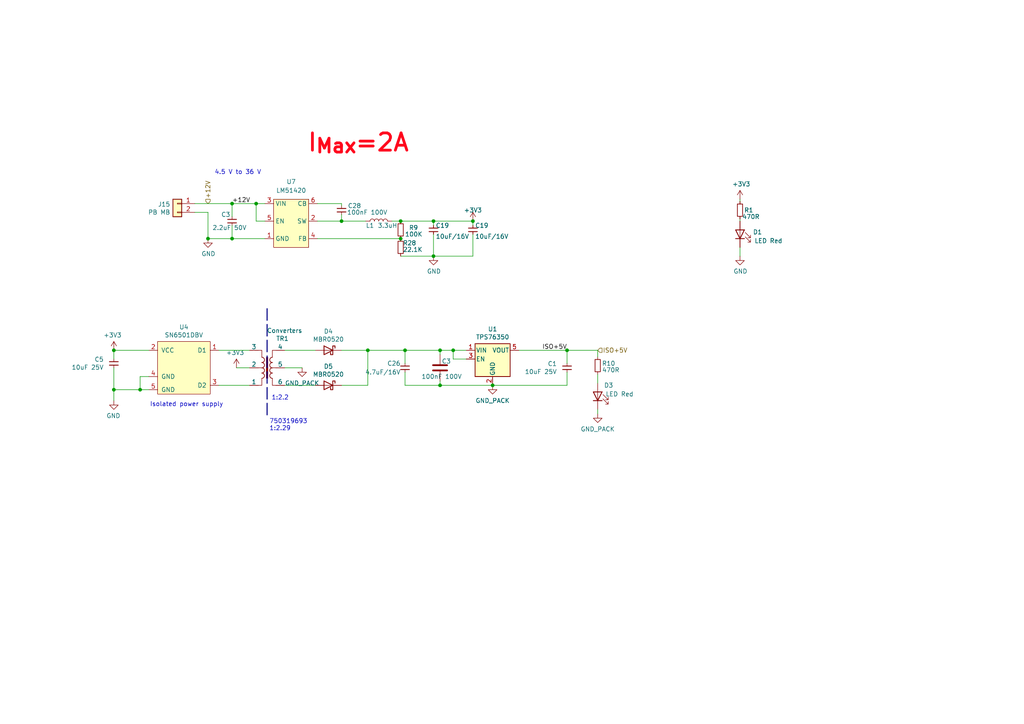
<source format=kicad_sch>
(kicad_sch (version 20230121) (generator eeschema)

  (uuid 320f2caf-f00f-4432-86ed-f2c19d076281)

  (paper "A4")

  (title_block
    (date "2023-10-19")
    (rev "V0.1")
    (company "teTra")
  )

  (lib_symbols
    (symbol "BMS-Master-rescue:+3.3V-power-BMS-Master-rescue" (power) (pin_names (offset 0)) (in_bom yes) (on_board yes)
      (property "Reference" "#PWR" (at 0 -3.81 0)
        (effects (font (size 1.27 1.27)) hide)
      )
      (property "Value" "+3.3V-power-BMS-Master-rescue" (at 0 3.556 0)
        (effects (font (size 1.27 1.27)))
      )
      (property "Footprint" "" (at 0 0 0)
        (effects (font (size 1.27 1.27)) hide)
      )
      (property "Datasheet" "" (at 0 0 0)
        (effects (font (size 1.27 1.27)) hide)
      )
      (symbol "+3.3V-power-BMS-Master-rescue_0_1"
        (polyline
          (pts
            (xy -0.762 1.27)
            (xy 0 2.54)
          )
          (stroke (width 0) (type solid))
          (fill (type none))
        )
        (polyline
          (pts
            (xy 0 0)
            (xy 0 2.54)
          )
          (stroke (width 0) (type solid))
          (fill (type none))
        )
        (polyline
          (pts
            (xy 0 2.54)
            (xy 0.762 1.27)
          )
          (stroke (width 0) (type solid))
          (fill (type none))
        )
      )
      (symbol "+3.3V-power-BMS-Master-rescue_1_1"
        (pin power_in line (at 0 0 90) (length 0) hide
          (name "+3V3" (effects (font (size 1.27 1.27))))
          (number "1" (effects (font (size 1.27 1.27))))
        )
      )
    )
    (symbol "BMS-Master-rescue:C-Device" (pin_numbers hide) (pin_names (offset 0.254)) (in_bom yes) (on_board yes)
      (property "Reference" "C" (at 0.635 2.54 0)
        (effects (font (size 1.27 1.27)) (justify left))
      )
      (property "Value" "Device_C" (at 0.635 -2.54 0)
        (effects (font (size 1.27 1.27)) (justify left))
      )
      (property "Footprint" "" (at 0.9652 -3.81 0)
        (effects (font (size 1.27 1.27)) hide)
      )
      (property "Datasheet" "" (at 0 0 0)
        (effects (font (size 1.27 1.27)) hide)
      )
      (property "ki_fp_filters" "C_*" (at 0 0 0)
        (effects (font (size 1.27 1.27)) hide)
      )
      (symbol "C-Device_0_1"
        (polyline
          (pts
            (xy -2.032 -0.762)
            (xy 2.032 -0.762)
          )
          (stroke (width 0.508) (type solid))
          (fill (type none))
        )
        (polyline
          (pts
            (xy -2.032 0.762)
            (xy 2.032 0.762)
          )
          (stroke (width 0.508) (type solid))
          (fill (type none))
        )
      )
      (symbol "C-Device_1_1"
        (pin passive line (at 0 3.81 270) (length 2.794)
          (name "~" (effects (font (size 1.27 1.27))))
          (number "1" (effects (font (size 1.27 1.27))))
        )
        (pin passive line (at 0 -3.81 90) (length 2.794)
          (name "~" (effects (font (size 1.27 1.27))))
          (number "2" (effects (font (size 1.27 1.27))))
        )
      )
    )
    (symbol "BMS-Master-rescue:GND-power-BMS-Master-rescue" (power) (pin_names (offset 0)) (in_bom yes) (on_board yes)
      (property "Reference" "#PWR" (at 0 -6.35 0)
        (effects (font (size 1.27 1.27)) hide)
      )
      (property "Value" "GND-power-BMS-Master-rescue" (at 0 -3.81 0)
        (effects (font (size 1.27 1.27)))
      )
      (property "Footprint" "" (at 0 0 0)
        (effects (font (size 1.27 1.27)) hide)
      )
      (property "Datasheet" "" (at 0 0 0)
        (effects (font (size 1.27 1.27)) hide)
      )
      (symbol "GND-power-BMS-Master-rescue_0_1"
        (polyline
          (pts
            (xy 0 0)
            (xy 0 -1.27)
            (xy 1.27 -1.27)
            (xy 0 -2.54)
            (xy -1.27 -1.27)
            (xy 0 -1.27)
          )
          (stroke (width 0) (type solid))
          (fill (type none))
        )
      )
      (symbol "GND-power-BMS-Master-rescue_1_1"
        (pin power_in line (at 0 0 270) (length 0) hide
          (name "GND" (effects (font (size 1.27 1.27))))
          (number "1" (effects (font (size 1.27 1.27))))
        )
      )
    )
    (symbol "BMS-Master-rescue:TPS76350-Regulator_Linear" (pin_names (offset 0.254)) (in_bom yes) (on_board yes)
      (property "Reference" "U" (at -3.81 5.715 0)
        (effects (font (size 1.27 1.27)))
      )
      (property "Value" "Regulator_Linear_TPS76350" (at 0 5.715 0)
        (effects (font (size 1.27 1.27)) (justify left))
      )
      (property "Footprint" "Package_TO_SOT_SMD:SOT-23-5" (at 0 8.255 0)
        (effects (font (size 1.27 1.27) italic) hide)
      )
      (property "Datasheet" "" (at 0 0 0)
        (effects (font (size 1.27 1.27)) hide)
      )
      (property "ki_fp_filters" "SOT?23*" (at 0 0 0)
        (effects (font (size 1.27 1.27)) hide)
      )
      (symbol "TPS76350-Regulator_Linear_0_1"
        (rectangle (start -5.08 4.445) (end 5.08 -5.08)
          (stroke (width 0.254) (type solid))
          (fill (type background))
        )
      )
      (symbol "TPS76350-Regulator_Linear_1_1"
        (pin power_in line (at -7.62 2.54 0) (length 2.54)
          (name "VIN" (effects (font (size 1.27 1.27))))
          (number "1" (effects (font (size 1.27 1.27))))
        )
        (pin power_in line (at 0 -7.62 90) (length 2.54)
          (name "GND" (effects (font (size 1.27 1.27))))
          (number "2" (effects (font (size 1.27 1.27))))
        )
        (pin input line (at -7.62 0 0) (length 2.54)
          (name "EN" (effects (font (size 1.27 1.27))))
          (number "3" (effects (font (size 1.27 1.27))))
        )
        (pin no_connect line (at 7.62 0 180) (length 2.54) hide
          (name "NC" (effects (font (size 1.27 1.27))))
          (number "4" (effects (font (size 1.27 1.27))))
        )
        (pin power_out line (at 7.62 2.54 180) (length 2.54)
          (name "VOUT" (effects (font (size 1.27 1.27))))
          (number "5" (effects (font (size 1.27 1.27))))
        )
      )
    )
    (symbol "Connector_Generic:Conn_01x02" (pin_names (offset 1.016) hide) (in_bom yes) (on_board yes)
      (property "Reference" "J" (at 0 2.54 0)
        (effects (font (size 1.27 1.27)))
      )
      (property "Value" "Conn_01x02" (at 0 -5.08 0)
        (effects (font (size 1.27 1.27)))
      )
      (property "Footprint" "" (at 0 0 0)
        (effects (font (size 1.27 1.27)) hide)
      )
      (property "Datasheet" "~" (at 0 0 0)
        (effects (font (size 1.27 1.27)) hide)
      )
      (property "ki_keywords" "connector" (at 0 0 0)
        (effects (font (size 1.27 1.27)) hide)
      )
      (property "ki_description" "Generic connector, single row, 01x02, script generated (kicad-library-utils/schlib/autogen/connector/)" (at 0 0 0)
        (effects (font (size 1.27 1.27)) hide)
      )
      (property "ki_fp_filters" "Connector*:*_1x??_*" (at 0 0 0)
        (effects (font (size 1.27 1.27)) hide)
      )
      (symbol "Conn_01x02_1_1"
        (rectangle (start -1.27 -2.413) (end 0 -2.667)
          (stroke (width 0.1524) (type default))
          (fill (type none))
        )
        (rectangle (start -1.27 0.127) (end 0 -0.127)
          (stroke (width 0.1524) (type default))
          (fill (type none))
        )
        (rectangle (start -1.27 1.27) (end 1.27 -3.81)
          (stroke (width 0.254) (type default))
          (fill (type background))
        )
        (pin passive line (at -5.08 0 0) (length 3.81)
          (name "Pin_1" (effects (font (size 1.27 1.27))))
          (number "1" (effects (font (size 1.27 1.27))))
        )
        (pin passive line (at -5.08 -2.54 0) (length 3.81)
          (name "Pin_2" (effects (font (size 1.27 1.27))))
          (number "2" (effects (font (size 1.27 1.27))))
        )
      )
    )
    (symbol "Device:C" (pin_numbers hide) (pin_names (offset 0.254)) (in_bom yes) (on_board yes)
      (property "Reference" "C" (at 0.635 2.54 0)
        (effects (font (size 1.27 1.27)) (justify left))
      )
      (property "Value" "C" (at 0.635 -2.54 0)
        (effects (font (size 1.27 1.27)) (justify left))
      )
      (property "Footprint" "" (at 0.9652 -3.81 0)
        (effects (font (size 1.27 1.27)) hide)
      )
      (property "Datasheet" "~" (at 0 0 0)
        (effects (font (size 1.27 1.27)) hide)
      )
      (property "ki_keywords" "cap capacitor" (at 0 0 0)
        (effects (font (size 1.27 1.27)) hide)
      )
      (property "ki_description" "Unpolarized capacitor" (at 0 0 0)
        (effects (font (size 1.27 1.27)) hide)
      )
      (property "ki_fp_filters" "C_*" (at 0 0 0)
        (effects (font (size 1.27 1.27)) hide)
      )
      (symbol "C_1_1"
        (polyline
          (pts
            (xy -1.27 -0.508)
            (xy 1.27 -0.508)
          )
          (stroke (width 0.254) (type default))
          (fill (type none))
        )
        (polyline
          (pts
            (xy -1.27 0.508)
            (xy 1.27 0.508)
          )
          (stroke (width 0.254) (type default))
          (fill (type none))
        )
        (pin passive line (at 0 1.27 270) (length 0.762)
          (name "~" (effects (font (size 1.27 1.27))))
          (number "1" (effects (font (size 1.27 1.27))))
        )
        (pin passive line (at 0 -1.27 90) (length 0.762)
          (name "~" (effects (font (size 1.27 1.27))))
          (number "2" (effects (font (size 1.27 1.27))))
        )
      )
    )
    (symbol "Device:L" (pin_numbers hide) (pin_names (offset 1.016) hide) (in_bom yes) (on_board yes)
      (property "Reference" "L" (at -1.27 0 90)
        (effects (font (size 1.27 1.27)))
      )
      (property "Value" "L" (at 1.905 0 90)
        (effects (font (size 1.27 1.27)))
      )
      (property "Footprint" "" (at 0 0 0)
        (effects (font (size 1.27 1.27)) hide)
      )
      (property "Datasheet" "~" (at 0 0 0)
        (effects (font (size 1.27 1.27)) hide)
      )
      (property "ki_keywords" "inductor choke coil reactor magnetic" (at 0 0 0)
        (effects (font (size 1.27 1.27)) hide)
      )
      (property "ki_description" "Inductor" (at 0 0 0)
        (effects (font (size 1.27 1.27)) hide)
      )
      (property "ki_fp_filters" "Choke_* *Coil* Inductor_* L_*" (at 0 0 0)
        (effects (font (size 1.27 1.27)) hide)
      )
      (symbol "L_0_1"
        (arc (start 0 -2.54) (mid 0.6323 -1.905) (end 0 -1.27)
          (stroke (width 0) (type default))
          (fill (type none))
        )
        (arc (start 0 -1.27) (mid 0.6323 -0.635) (end 0 0)
          (stroke (width 0) (type default))
          (fill (type none))
        )
        (arc (start 0 0) (mid 0.6323 0.635) (end 0 1.27)
          (stroke (width 0) (type default))
          (fill (type none))
        )
        (arc (start 0 1.27) (mid 0.6323 1.905) (end 0 2.54)
          (stroke (width 0) (type default))
          (fill (type none))
        )
      )
      (symbol "L_1_1"
        (pin passive line (at 0 3.81 270) (length 1.27)
          (name "1" (effects (font (size 1.27 1.27))))
          (number "1" (effects (font (size 1.27 1.27))))
        )
        (pin passive line (at 0 -3.81 90) (length 1.27)
          (name "2" (effects (font (size 1.27 1.27))))
          (number "2" (effects (font (size 1.27 1.27))))
        )
      )
    )
    (symbol "Device:LED" (pin_numbers hide) (pin_names (offset 1.016) hide) (in_bom yes) (on_board yes)
      (property "Reference" "D" (at -0.762 -2.54 0)
        (effects (font (size 1.27 1.27)))
      )
      (property "Value" "LED" (at -0.762 4.318 0)
        (effects (font (size 1.27 1.27)))
      )
      (property "Footprint" "" (at 0 0 0)
        (effects (font (size 1.27 1.27)) hide)
      )
      (property "Datasheet" "~" (at 0 0 0)
        (effects (font (size 1.27 1.27)) hide)
      )
      (property "ki_keywords" "LED diode" (at 0 0 0)
        (effects (font (size 1.27 1.27)) hide)
      )
      (property "ki_description" "Light emitting diode" (at 0 0 0)
        (effects (font (size 1.27 1.27)) hide)
      )
      (property "ki_fp_filters" "LED* LED_SMD:* LED_THT:*" (at 0 0 0)
        (effects (font (size 1.27 1.27)) hide)
      )
      (symbol "LED_0_1"
        (polyline
          (pts
            (xy 1.27 0)
            (xy -1.27 0)
          )
          (stroke (width 0) (type default))
          (fill (type none))
        )
        (polyline
          (pts
            (xy 1.27 1.27)
            (xy 1.27 -1.27)
          )
          (stroke (width 0.254) (type default))
          (fill (type none))
        )
        (polyline
          (pts
            (xy -1.27 1.27)
            (xy -1.27 -1.27)
            (xy 1.27 0)
            (xy -1.27 1.27)
          )
          (stroke (width 0.254) (type default))
          (fill (type none))
        )
        (polyline
          (pts
            (xy -0.508 1.524)
            (xy 1.016 3.048)
            (xy 0.254 3.048)
            (xy 1.016 3.048)
            (xy 1.016 2.286)
          )
          (stroke (width 0) (type default))
          (fill (type none))
        )
        (polyline
          (pts
            (xy 0.762 1.524)
            (xy 2.286 3.048)
            (xy 1.524 3.048)
            (xy 2.286 3.048)
            (xy 2.286 2.286)
          )
          (stroke (width 0) (type default))
          (fill (type none))
        )
      )
      (symbol "LED_1_1"
        (pin passive line (at 3.81 0 180) (length 2.54)
          (name "K" (effects (font (size 1.27 1.27))))
          (number "1" (effects (font (size 1.27 1.27))))
        )
        (pin passive line (at -3.81 0 0) (length 2.54)
          (name "A" (effects (font (size 1.27 1.27))))
          (number "2" (effects (font (size 1.27 1.27))))
        )
      )
    )
    (symbol "Device:R_Small" (pin_numbers hide) (pin_names (offset 0.254) hide) (in_bom yes) (on_board yes)
      (property "Reference" "R" (at 0.762 0.508 0)
        (effects (font (size 1.27 1.27)) (justify left))
      )
      (property "Value" "R_Small" (at 0.762 -1.016 0)
        (effects (font (size 1.27 1.27)) (justify left))
      )
      (property "Footprint" "" (at 0 0 0)
        (effects (font (size 1.27 1.27)) hide)
      )
      (property "Datasheet" "~" (at 0 0 0)
        (effects (font (size 1.27 1.27)) hide)
      )
      (property "ki_keywords" "R resistor" (at 0 0 0)
        (effects (font (size 1.27 1.27)) hide)
      )
      (property "ki_description" "Resistor, small symbol" (at 0 0 0)
        (effects (font (size 1.27 1.27)) hide)
      )
      (property "ki_fp_filters" "R_*" (at 0 0 0)
        (effects (font (size 1.27 1.27)) hide)
      )
      (symbol "R_Small_0_1"
        (rectangle (start -0.762 1.778) (end 0.762 -1.778)
          (stroke (width 0.2032) (type default))
          (fill (type none))
        )
      )
      (symbol "R_Small_1_1"
        (pin passive line (at 0 2.54 270) (length 0.762)
          (name "~" (effects (font (size 1.27 1.27))))
          (number "1" (effects (font (size 1.27 1.27))))
        )
        (pin passive line (at 0 -2.54 90) (length 0.762)
          (name "~" (effects (font (size 1.27 1.27))))
          (number "2" (effects (font (size 1.27 1.27))))
        )
      )
    )
    (symbol "Diode:MBR0520" (pin_numbers hide) (pin_names (offset 1.016) hide) (in_bom yes) (on_board yes)
      (property "Reference" "D" (at 0 2.54 0)
        (effects (font (size 1.27 1.27)))
      )
      (property "Value" "MBR0520" (at 0 -2.54 0)
        (effects (font (size 1.27 1.27)))
      )
      (property "Footprint" "Diode_SMD:D_SOD-123" (at 0 -4.445 0)
        (effects (font (size 1.27 1.27)) hide)
      )
      (property "Datasheet" "http://www.mccsemi.com/up_pdf/MBR0520~MBR0580(SOD123).pdf" (at 0 0 0)
        (effects (font (size 1.27 1.27)) hide)
      )
      (property "ki_keywords" "diode Schottky" (at 0 0 0)
        (effects (font (size 1.27 1.27)) hide)
      )
      (property "ki_description" "20V 0.5A Schottky Power Rectifier Diode, SOD-123" (at 0 0 0)
        (effects (font (size 1.27 1.27)) hide)
      )
      (property "ki_fp_filters" "D*SOD?123*" (at 0 0 0)
        (effects (font (size 1.27 1.27)) hide)
      )
      (symbol "MBR0520_0_1"
        (polyline
          (pts
            (xy 1.27 0)
            (xy -1.27 0)
          )
          (stroke (width 0) (type default))
          (fill (type none))
        )
        (polyline
          (pts
            (xy 1.27 1.27)
            (xy 1.27 -1.27)
            (xy -1.27 0)
            (xy 1.27 1.27)
          )
          (stroke (width 0.254) (type default))
          (fill (type none))
        )
        (polyline
          (pts
            (xy -1.905 0.635)
            (xy -1.905 1.27)
            (xy -1.27 1.27)
            (xy -1.27 -1.27)
            (xy -0.635 -1.27)
            (xy -0.635 -0.635)
          )
          (stroke (width 0.254) (type default))
          (fill (type none))
        )
      )
      (symbol "MBR0520_1_1"
        (pin passive line (at -3.81 0 0) (length 2.54)
          (name "K" (effects (font (size 1.27 1.27))))
          (number "1" (effects (font (size 1.27 1.27))))
        )
        (pin passive line (at 3.81 0 180) (length 2.54)
          (name "A" (effects (font (size 1.27 1.27))))
          (number "2" (effects (font (size 1.27 1.27))))
        )
      )
    )
    (symbol "ENNOID:SN65601DBV" (pin_names (offset 1.016)) (in_bom yes) (on_board yes)
      (property "Reference" "U" (at 0 -8.89 0)
        (effects (font (size 1.27 1.27)))
      )
      (property "Value" "SN65601DBV" (at 0 8.89 0)
        (effects (font (size 1.27 1.27)))
      )
      (property "Footprint" "" (at 11.43 -1.27 0)
        (effects (font (size 1.27 1.27)) hide)
      )
      (property "Datasheet" "" (at 0 0 0)
        (effects (font (size 1.27 1.27)) hide)
      )
      (symbol "SN65601DBV_0_1"
        (rectangle (start -7.62 7.62) (end 7.62 -7.62)
          (stroke (width 0) (type solid))
          (fill (type background))
        )
      )
      (symbol "SN65601DBV_1_1"
        (pin input line (at -10.16 5.08 0) (length 2.54)
          (name "D1" (effects (font (size 1.27 1.27))))
          (number "1" (effects (font (size 1.27 1.27))))
        )
        (pin input line (at 10.16 5.08 180) (length 2.54)
          (name "VCC" (effects (font (size 1.27 1.27))))
          (number "2" (effects (font (size 1.27 1.27))))
        )
        (pin input line (at -10.16 -5.08 0) (length 2.54)
          (name "D2" (effects (font (size 1.27 1.27))))
          (number "3" (effects (font (size 1.27 1.27))))
        )
        (pin input line (at 10.16 -2.54 180) (length 2.54)
          (name "GND" (effects (font (size 1.27 1.27))))
          (number "4" (effects (font (size 1.27 1.27))))
        )
        (pin input line (at 10.16 -6.35 180) (length 2.54)
          (name "GND" (effects (font (size 1.27 1.27))))
          (number "5" (effects (font (size 1.27 1.27))))
        )
      )
    )
    (symbol "Regulator_Switching:LMR51420" (in_bom yes) (on_board yes)
      (property "Reference" "U" (at 2.54 7.62 0)
        (effects (font (size 1.27 1.27)))
      )
      (property "Value" "LM51420" (at 0 0 0)
        (effects (font (size 1.27 1.27)))
      )
      (property "Footprint" "Package_TO_SOT_SMD:SOT-23-6_Handsoldering" (at 0 0 0)
        (effects (font (size 1.27 1.27)) hide)
      )
      (property "Datasheet" "https://www.ti.com/lit/ds/symlink/lmr51420.pdf" (at 0 0 0)
        (effects (font (size 1.27 1.27)) hide)
      )
      (property "MPN" "LMR51420XDDCR" (at 0 0 0)
        (effects (font (size 1.27 1.27)) hide)
      )
      (property "Description" "Buck Switching Regulator IC Positive Adjustable 0.6V 1 Output 2A SOT-23-6 Thin, TSOT-23-6" (at 0 0 0)
        (effects (font (size 1.27 1.27)) hide)
      )
      (symbol "LMR51420_1_1"
        (rectangle (start -2.54 6.35) (end 7.62 -7.62)
          (stroke (width 0) (type default))
          (fill (type background))
        )
        (pin input line (at -5.08 -5.08 0) (length 2.54)
          (name "GND" (effects (font (size 1.27 1.27))))
          (number "1" (effects (font (size 1.27 1.27))))
        )
        (pin input line (at 10.16 0 180) (length 2.54)
          (name "SW" (effects (font (size 1.27 1.27))))
          (number "2" (effects (font (size 1.27 1.27))))
        )
        (pin input line (at -5.08 5.08 0) (length 2.54)
          (name "VIN" (effects (font (size 1.27 1.27))))
          (number "3" (effects (font (size 1.27 1.27))))
        )
        (pin input line (at 10.16 -5.08 180) (length 2.54)
          (name "FB" (effects (font (size 1.27 1.27))))
          (number "4" (effects (font (size 1.27 1.27))))
        )
        (pin input line (at -5.08 0 0) (length 2.54)
          (name "EN" (effects (font (size 1.27 1.27))))
          (number "5" (effects (font (size 1.27 1.27))))
        )
        (pin input line (at 10.16 5.08 180) (length 2.54)
          (name "CB" (effects (font (size 1.27 1.27))))
          (number "6" (effects (font (size 1.27 1.27))))
        )
      )
    )
    (symbol "Transformer:TRANSF5" (pin_numbers hide) (pin_names (offset 0)) (in_bom yes) (on_board yes)
      (property "Reference" "TR" (at 0 6.35 0)
        (effects (font (size 1.27 1.27)))
      )
      (property "Value" "TRANSF5" (at 0 -6.35 0)
        (effects (font (size 1.27 1.27)))
      )
      (property "Footprint" "" (at 0 0 0)
        (effects (font (size 1.27 1.27)) hide)
      )
      (property "Datasheet" "" (at 0 0 0)
        (effects (font (size 1.27 1.27)) hide)
      )
      (symbol "TRANSF5_0_1"
        (arc (start -1.524 -3.048) (mid -0.7653 -2.286) (end -1.524 -1.524)
          (stroke (width 0.2032) (type default))
          (fill (type none))
        )
        (arc (start -1.524 -1.524) (mid -0.7653 -0.762) (end -1.524 0)
          (stroke (width 0.2032) (type default))
          (fill (type none))
        )
        (arc (start -1.524 0) (mid -0.7653 0.762) (end -1.524 1.524)
          (stroke (width 0.2032) (type default))
          (fill (type none))
        )
        (arc (start -1.524 1.524) (mid -0.7653 2.286) (end -1.524 3.048)
          (stroke (width 0.2032) (type default))
          (fill (type none))
        )
        (rectangle (start -0.254 3.048) (end 0.254 -3.048)
          (stroke (width 0.0254) (type default))
          (fill (type outline))
        )
        (polyline
          (pts
            (xy -1.524 0)
            (xy -2.54 0)
            (xy -2.54 0)
          )
          (stroke (width 0) (type default))
          (fill (type outline))
        )
        (polyline
          (pts
            (xy 1.524 0)
            (xy 2.54 0)
            (xy 2.54 0)
          )
          (stroke (width 0) (type default))
          (fill (type outline))
        )
        (polyline
          (pts
            (xy -2.54 5.08)
            (xy -1.524 5.08)
            (xy -1.524 3.048)
            (xy -1.524 3.048)
          )
          (stroke (width 0.1524) (type default))
          (fill (type none))
        )
        (polyline
          (pts
            (xy -1.524 -3.048)
            (xy -1.524 -5.08)
            (xy -2.54 -5.08)
            (xy -2.54 -5.08)
          )
          (stroke (width 0.1524) (type default))
          (fill (type none))
        )
        (polyline
          (pts
            (xy 1.524 3.048)
            (xy 1.524 5.08)
            (xy 2.54 5.08)
            (xy 2.54 5.08)
          )
          (stroke (width 0.1524) (type default))
          (fill (type none))
        )
        (polyline
          (pts
            (xy 2.54 -5.08)
            (xy 1.524 -5.08)
            (xy 1.524 -3.048)
            (xy 1.524 -3.048)
          )
          (stroke (width 0.1524) (type default))
          (fill (type none))
        )
        (arc (start 1.524 -1.524) (mid 0.7653 -2.286) (end 1.524 -3.048)
          (stroke (width 0.2032) (type default))
          (fill (type none))
        )
        (arc (start 1.524 0) (mid 0.7653 -0.762) (end 1.524 -1.524)
          (stroke (width 0.2032) (type default))
          (fill (type none))
        )
        (arc (start 1.524 1.524) (mid 0.7653 0.762) (end 1.524 0)
          (stroke (width 0.2032) (type default))
          (fill (type none))
        )
        (arc (start 1.524 3.048) (mid 0.7653 2.286) (end 1.524 1.524)
          (stroke (width 0.2032) (type default))
          (fill (type none))
        )
      )
      (symbol "TRANSF5_1_1"
        (pin passive line (at -5.08 5.08 0) (length 2.54)
          (name "1" (effects (font (size 1.27 1.27))))
          (number "1" (effects (font (size 1.27 1.27))))
        )
        (pin passive line (at -5.08 0 0) (length 2.54)
          (name "2" (effects (font (size 1.27 1.27))))
          (number "2" (effects (font (size 1.27 1.27))))
        )
        (pin passive line (at -5.08 -5.08 0) (length 2.54)
          (name "3" (effects (font (size 1.27 1.27))))
          (number "3" (effects (font (size 1.27 1.27))))
        )
        (pin passive line (at 5.08 -5.08 180) (length 2.54)
          (name "4" (effects (font (size 1.27 1.27))))
          (number "4" (effects (font (size 1.27 1.27))))
        )
        (pin passive line (at 5.08 0 180) (length 2.54)
          (name "5" (effects (font (size 1.27 1.27))))
          (number "5" (effects (font (size 1.27 1.27))))
        )
        (pin passive line (at 5.08 5.08 180) (length 2.54)
          (name "6" (effects (font (size 1.27 1.27))))
          (number "6" (effects (font (size 1.27 1.27))))
        )
      )
    )
    (symbol "power:+3V3" (power) (pin_names (offset 0)) (in_bom yes) (on_board yes)
      (property "Reference" "#PWR" (at 0 -3.81 0)
        (effects (font (size 1.27 1.27)) hide)
      )
      (property "Value" "+3V3" (at 0 3.556 0)
        (effects (font (size 1.27 1.27)))
      )
      (property "Footprint" "" (at 0 0 0)
        (effects (font (size 1.27 1.27)) hide)
      )
      (property "Datasheet" "" (at 0 0 0)
        (effects (font (size 1.27 1.27)) hide)
      )
      (property "ki_keywords" "global power" (at 0 0 0)
        (effects (font (size 1.27 1.27)) hide)
      )
      (property "ki_description" "Power symbol creates a global label with name \"+3V3\"" (at 0 0 0)
        (effects (font (size 1.27 1.27)) hide)
      )
      (symbol "+3V3_0_1"
        (polyline
          (pts
            (xy -0.762 1.27)
            (xy 0 2.54)
          )
          (stroke (width 0) (type default))
          (fill (type none))
        )
        (polyline
          (pts
            (xy 0 0)
            (xy 0 2.54)
          )
          (stroke (width 0) (type default))
          (fill (type none))
        )
        (polyline
          (pts
            (xy 0 2.54)
            (xy 0.762 1.27)
          )
          (stroke (width 0) (type default))
          (fill (type none))
        )
      )
      (symbol "+3V3_1_1"
        (pin power_in line (at 0 0 90) (length 0) hide
          (name "+3V3" (effects (font (size 1.27 1.27))))
          (number "1" (effects (font (size 1.27 1.27))))
        )
      )
    )
    (symbol "power:GND" (power) (pin_names (offset 0)) (in_bom yes) (on_board yes)
      (property "Reference" "#PWR" (at 0 -6.35 0)
        (effects (font (size 1.27 1.27)) hide)
      )
      (property "Value" "GND" (at 0 -3.81 0)
        (effects (font (size 1.27 1.27)))
      )
      (property "Footprint" "" (at 0 0 0)
        (effects (font (size 1.27 1.27)) hide)
      )
      (property "Datasheet" "" (at 0 0 0)
        (effects (font (size 1.27 1.27)) hide)
      )
      (property "ki_keywords" "global power" (at 0 0 0)
        (effects (font (size 1.27 1.27)) hide)
      )
      (property "ki_description" "Power symbol creates a global label with name \"GND\" , ground" (at 0 0 0)
        (effects (font (size 1.27 1.27)) hide)
      )
      (symbol "GND_0_1"
        (polyline
          (pts
            (xy 0 0)
            (xy 0 -1.27)
            (xy 1.27 -1.27)
            (xy 0 -2.54)
            (xy -1.27 -1.27)
            (xy 0 -1.27)
          )
          (stroke (width 0) (type default))
          (fill (type none))
        )
      )
      (symbol "GND_1_1"
        (pin power_in line (at 0 0 270) (length 0) hide
          (name "GND" (effects (font (size 1.27 1.27))))
          (number "1" (effects (font (size 1.27 1.27))))
        )
      )
    )
    (symbol "power:GND_PACK" (power) (pin_names (offset 0)) (in_bom yes) (on_board yes)
      (property "Reference" "#PWR" (at 0 -6.35 0)
        (effects (font (size 1.27 1.27)) hide)
      )
      (property "Value" "GND_PACK" (at 0 -3.81 0)
        (effects (font (size 1.27 1.27)))
      )
      (property "Footprint" "" (at 0 0 0)
        (effects (font (size 1.27 1.27)) hide)
      )
      (property "Datasheet" "" (at 0 0 0)
        (effects (font (size 1.27 1.27)) hide)
      )
      (property "ki_keywords" "global power" (at 0 0 0)
        (effects (font (size 1.27 1.27)) hide)
      )
      (property "ki_description" "Power symbol creates a global label with name \"GND_PACK\" , ground" (at 0 0 0)
        (effects (font (size 1.27 1.27)) hide)
      )
      (symbol "GND_PACK_0_1"
        (polyline
          (pts
            (xy 0 0)
            (xy 0 -1.27)
            (xy 1.27 -1.27)
            (xy 0 -2.54)
            (xy -1.27 -1.27)
            (xy 0 -1.27)
          )
          (stroke (width 0) (type default))
          (fill (type none))
        )
      )
      (symbol "GND_PACK_1_1"
        (pin power_in line (at 0 0 270) (length 0) hide
          (name "GND_PACK" (effects (font (size 1.27 1.27))))
          (number "1" (effects (font (size 1.27 1.27))))
        )
      )
    )
  )

  (junction (at 116.205 64.135) (diameter 0) (color 0 0 0 0)
    (uuid 10ce5460-3bf1-47c1-91cf-b41c77a371cd)
  )
  (junction (at 40.64 113.03) (diameter 0) (color 0 0 0 0)
    (uuid 2bf5d0f5-df70-43d7-88ce-3a7b2438659f)
  )
  (junction (at 106.68 101.6) (diameter 0) (color 0 0 0 0)
    (uuid 3dae0cfe-ba71-459f-a62d-a85f310aaea4)
  )
  (junction (at 164.465 101.6) (diameter 0) (color 0 0 0 0)
    (uuid 5db367fe-3c10-440b-83e3-582d3065da46)
  )
  (junction (at 99.06 64.135) (diameter 0) (color 0 0 0 0)
    (uuid 61d92f39-c5e9-48d5-894f-a5fc74e9add8)
  )
  (junction (at 131.445 101.6) (diameter 0) (color 0 0 0 0)
    (uuid 6ab63bff-d05c-4c2a-b872-6604c3cf20af)
  )
  (junction (at 67.31 69.215) (diameter 0) (color 0 0 0 0)
    (uuid 6b59f74b-88a0-4e9d-89ff-f92784181315)
  )
  (junction (at 33.02 113.03) (diameter 0) (color 0 0 0 0)
    (uuid 6b6802c3-4810-4379-a43b-641f5538348c)
  )
  (junction (at 127.635 101.6) (diameter 0) (color 0 0 0 0)
    (uuid 6ea68398-1927-44e1-9aaa-83b512ecd08d)
  )
  (junction (at 125.73 74.295) (diameter 0) (color 0 0 0 0)
    (uuid 96fb71f3-0e23-47e9-b6b5-360045d2ef7e)
  )
  (junction (at 116.205 69.215) (diameter 0) (color 0 0 0 0)
    (uuid 9d67e980-9d5e-49c6-8152-6e48c8fe3c51)
  )
  (junction (at 137.16 64.135) (diameter 0) (color 0 0 0 0)
    (uuid a12a70ff-1091-4f3f-b2ba-9902c563aee3)
  )
  (junction (at 142.875 111.76) (diameter 0) (color 0 0 0 0)
    (uuid ac28e840-00f8-41fc-b85a-edc9472e92f5)
  )
  (junction (at 127.635 111.76) (diameter 0) (color 0 0 0 0)
    (uuid ca508827-803e-4fbc-90dd-a3f8b4a8786b)
  )
  (junction (at 67.31 59.055) (diameter 0) (color 0 0 0 0)
    (uuid ccb1139c-07ad-412a-836d-9d3943567551)
  )
  (junction (at 117.475 101.6) (diameter 0) (color 0 0 0 0)
    (uuid d023e8f9-f54b-434c-b546-0abf23534f33)
  )
  (junction (at 125.73 64.135) (diameter 0) (color 0 0 0 0)
    (uuid e02390c4-79fa-41f5-ab89-8ada9443d850)
  )
  (junction (at 33.02 101.6) (diameter 0) (color 0 0 0 0)
    (uuid e41bffb5-88d2-4721-b304-503e594ae951)
  )
  (junction (at 74.295 59.055) (diameter 0) (color 0 0 0 0)
    (uuid e4254500-a2be-4e50-9d4e-a7cd632c0564)
  )
  (junction (at 60.325 69.215) (diameter 0) (color 0 0 0 0)
    (uuid febf7e91-2df9-44a0-abf8-4dddeb6ce259)
  )

  (wire (pts (xy 99.06 59.69) (xy 99.06 59.055))
    (stroke (width 0) (type default))
    (uuid 0469e5ac-046a-4fa8-973e-7388c1e7d7a8)
  )
  (wire (pts (xy 74.295 59.055) (xy 74.295 64.135))
    (stroke (width 0) (type default))
    (uuid 0d3a0ba7-1953-486c-a11f-1f8f1439a447)
  )
  (wire (pts (xy 164.465 101.6) (xy 150.495 101.6))
    (stroke (width 0) (type default))
    (uuid 11dfd986-6ecc-4f04-b77f-e0dd682b2146)
  )
  (wire (pts (xy 99.06 111.76) (xy 106.68 111.76))
    (stroke (width 0) (type default))
    (uuid 1455923a-c706-4e64-afb7-f8c9f47c3cb8)
  )
  (wire (pts (xy 99.06 62.23) (xy 99.06 64.135))
    (stroke (width 0) (type default))
    (uuid 152384d6-d0b9-41bc-8d01-3087f7a47946)
  )
  (wire (pts (xy 33.02 106.68) (xy 33.02 113.03))
    (stroke (width 0) (type default))
    (uuid 1b3d0bc5-38da-4893-8e64-5a11c9dd165f)
  )
  (wire (pts (xy 164.465 101.6) (xy 164.465 105.41))
    (stroke (width 0) (type default))
    (uuid 1b94e64a-faf4-4632-8f34-b5b50b24e1dd)
  )
  (wire (pts (xy 67.31 65.405) (xy 67.31 69.215))
    (stroke (width 0) (type default))
    (uuid 1cc296be-f7be-40e4-8be7-b944ac4a0aa8)
  )
  (bus (pts (xy 77.47 89.535) (xy 77.47 120.65))
    (stroke (width 0) (type dash))
    (uuid 1d2eda15-7c96-46ed-985f-c7ce3c26d564)
  )

  (wire (pts (xy 60.325 69.215) (xy 67.31 69.215))
    (stroke (width 0) (type default))
    (uuid 1e05a4ef-8a17-4cd8-8f87-43aa62427042)
  )
  (wire (pts (xy 164.465 101.6) (xy 173.355 101.6))
    (stroke (width 0) (type default))
    (uuid 1fb07903-e9dd-4f49-a202-1d14a4f98b73)
  )
  (wire (pts (xy 82.55 106.68) (xy 87.63 106.68))
    (stroke (width 0) (type default))
    (uuid 20e6e05e-73d0-4c6d-b7eb-409463f986a5)
  )
  (wire (pts (xy 106.68 101.6) (xy 99.06 101.6))
    (stroke (width 0) (type default))
    (uuid 24c8db51-93d8-4a15-83bd-a1dcf194cdf7)
  )
  (wire (pts (xy 214.63 63.5) (xy 214.63 64.135))
    (stroke (width 0) (type default))
    (uuid 250d3937-f53d-49ab-9a23-bc0bea4b5345)
  )
  (wire (pts (xy 56.515 59.055) (xy 67.31 59.055))
    (stroke (width 0) (type default))
    (uuid 2b18c1ee-136e-4276-994d-0f858cbba886)
  )
  (wire (pts (xy 33.02 101.6) (xy 33.02 104.14))
    (stroke (width 0) (type default))
    (uuid 3744bca8-ab98-4768-a4a2-149672cb5602)
  )
  (wire (pts (xy 56.515 61.595) (xy 60.325 61.595))
    (stroke (width 0) (type default))
    (uuid 3c5ca94a-912d-43d3-af27-cc87b3a16e50)
  )
  (wire (pts (xy 173.355 108.585) (xy 173.355 111.125))
    (stroke (width 0) (type default))
    (uuid 46e5f250-0e7b-49a8-b365-5c5c74ea93de)
  )
  (wire (pts (xy 33.02 113.03) (xy 33.02 116.205))
    (stroke (width 0) (type default))
    (uuid 4a4a4da2-b9fb-418d-b49e-ae67582bea08)
  )
  (wire (pts (xy 92.075 69.215) (xy 116.205 69.215))
    (stroke (width 0) (type default))
    (uuid 4f7f12e4-1149-410a-99ae-3fc9466b87b7)
  )
  (wire (pts (xy 67.31 69.215) (xy 76.835 69.215))
    (stroke (width 0) (type default))
    (uuid 54943512-e3f2-46ed-bba5-6eace142a1b2)
  )
  (wire (pts (xy 214.63 58.42) (xy 214.63 57.785))
    (stroke (width 0) (type default))
    (uuid 567a5f93-f1d9-41b3-84dc-3e943f3ff1ad)
  )
  (wire (pts (xy 92.075 64.135) (xy 99.06 64.135))
    (stroke (width 0) (type default))
    (uuid 58456133-6171-4abd-9b11-a0696a3b1ca8)
  )
  (wire (pts (xy 125.73 64.135) (xy 125.73 65.405))
    (stroke (width 0) (type default))
    (uuid 59077188-1267-4d68-be5b-dc6a947a6d8e)
  )
  (wire (pts (xy 40.64 113.03) (xy 43.18 113.03))
    (stroke (width 0) (type default))
    (uuid 637442eb-d018-4b46-ab2b-c7197c630128)
  )
  (wire (pts (xy 131.445 104.14) (xy 131.445 101.6))
    (stroke (width 0) (type default))
    (uuid 6c094bf3-a875-44dc-909e-cead78d76dc3)
  )
  (wire (pts (xy 117.475 101.6) (xy 106.68 101.6))
    (stroke (width 0) (type default))
    (uuid 6ecfd7d1-c006-4c91-92bc-1099f018dd72)
  )
  (wire (pts (xy 116.205 74.295) (xy 125.73 74.295))
    (stroke (width 0) (type default))
    (uuid 70a9c38f-0839-42ea-9bfe-c954f0e97a69)
  )
  (wire (pts (xy 67.31 59.055) (xy 74.295 59.055))
    (stroke (width 0) (type default))
    (uuid 7be9def3-5a03-437c-849e-67b144acd5b9)
  )
  (wire (pts (xy 74.295 64.135) (xy 76.835 64.135))
    (stroke (width 0) (type default))
    (uuid 7f48b6ea-8307-450b-b5a4-29af75e803a3)
  )
  (wire (pts (xy 135.255 101.6) (xy 131.445 101.6))
    (stroke (width 0) (type default))
    (uuid 7f82eaf6-7f81-4eeb-819a-dd37c2f47426)
  )
  (wire (pts (xy 74.295 59.055) (xy 76.835 59.055))
    (stroke (width 0) (type default))
    (uuid 85fdeba7-5c1b-4b41-b30e-d7845d4d0980)
  )
  (wire (pts (xy 60.325 61.595) (xy 60.325 69.215))
    (stroke (width 0) (type default))
    (uuid 86edff3b-291b-4d60-bd18-ca8058446acf)
  )
  (wire (pts (xy 72.39 106.68) (xy 68.58 106.68))
    (stroke (width 0) (type default))
    (uuid 873cbbf7-6d50-4e9e-ae68-6ddeb929a10f)
  )
  (wire (pts (xy 67.31 59.055) (xy 67.31 62.865))
    (stroke (width 0) (type default))
    (uuid 8e477447-eb4d-489b-be37-f5dcb9a45f2a)
  )
  (wire (pts (xy 92.075 59.055) (xy 99.06 59.055))
    (stroke (width 0) (type default))
    (uuid 944cd41c-12ee-4396-baf7-bad8a5174d9f)
  )
  (wire (pts (xy 33.02 101.6) (xy 43.18 101.6))
    (stroke (width 0) (type default))
    (uuid 9654321f-9bc2-4b7e-b60a-24eaab4f18f5)
  )
  (wire (pts (xy 137.16 64.135) (xy 137.16 65.405))
    (stroke (width 0) (type default))
    (uuid 97bd0923-9b9d-46b9-abeb-cbed2619da45)
  )
  (wire (pts (xy 99.06 64.135) (xy 106.045 64.135))
    (stroke (width 0) (type default))
    (uuid a100e90e-35c4-4f97-9164-aa30791e5053)
  )
  (wire (pts (xy 131.445 101.6) (xy 127.635 101.6))
    (stroke (width 0) (type default))
    (uuid a4fb84cb-4cb4-438a-bdb7-2c1da3b7f6e9)
  )
  (wire (pts (xy 135.255 104.14) (xy 131.445 104.14))
    (stroke (width 0) (type default))
    (uuid a89ff934-c488-41d4-b5f8-ccc21e6159d4)
  )
  (wire (pts (xy 137.16 67.945) (xy 137.16 74.295))
    (stroke (width 0) (type default))
    (uuid a9521371-2240-4d53-941e-254055dc7641)
  )
  (wire (pts (xy 116.205 64.135) (xy 125.73 64.135))
    (stroke (width 0) (type default))
    (uuid aa32980a-6228-4f42-8aab-8c6038d4bce9)
  )
  (wire (pts (xy 91.44 101.6) (xy 82.55 101.6))
    (stroke (width 0) (type default))
    (uuid aadb6636-b243-483e-84c6-a40308e3140c)
  )
  (wire (pts (xy 127.635 101.6) (xy 117.475 101.6))
    (stroke (width 0) (type default))
    (uuid ac263a73-b2fe-49f5-acde-b216a1b766c2)
  )
  (wire (pts (xy 72.39 101.6) (xy 63.5 101.6))
    (stroke (width 0) (type default))
    (uuid ac3d90e1-85ee-46fe-b93d-18f785dc752b)
  )
  (wire (pts (xy 127.635 110.49) (xy 127.635 111.76))
    (stroke (width 0) (type default))
    (uuid acce53de-3cdb-4a55-8d2e-fd2d2d8d546e)
  )
  (wire (pts (xy 43.18 109.22) (xy 40.64 109.22))
    (stroke (width 0) (type default))
    (uuid ae0c9b04-7268-4d86-9b0f-da06874f196f)
  )
  (wire (pts (xy 113.665 64.135) (xy 116.205 64.135))
    (stroke (width 0) (type default))
    (uuid b0b0c07e-191f-493a-8800-3325b8653a1e)
  )
  (wire (pts (xy 214.63 71.755) (xy 214.63 74.295))
    (stroke (width 0) (type default))
    (uuid b1f4635e-a6fb-42ce-a22c-09920d9c231f)
  )
  (wire (pts (xy 91.44 111.76) (xy 82.55 111.76))
    (stroke (width 0) (type default))
    (uuid b6b51d6c-ace6-4309-b98c-7ebe13a22e14)
  )
  (wire (pts (xy 117.475 107.95) (xy 117.475 111.76))
    (stroke (width 0) (type default))
    (uuid be5729e0-9777-4ff4-9377-259c272f5cd8)
  )
  (wire (pts (xy 125.73 67.945) (xy 125.73 74.295))
    (stroke (width 0) (type default))
    (uuid bfc9f007-3d45-437c-b38a-6d13c90208ba)
  )
  (wire (pts (xy 164.465 111.76) (xy 142.875 111.76))
    (stroke (width 0) (type default))
    (uuid c3a52349-6744-490e-9dae-4e52547af97e)
  )
  (wire (pts (xy 72.39 111.76) (xy 63.5 111.76))
    (stroke (width 0) (type default))
    (uuid cd5524b5-8d30-45f9-8c23-ec8939f0ef14)
  )
  (wire (pts (xy 117.475 101.6) (xy 117.475 105.41))
    (stroke (width 0) (type default))
    (uuid dc371185-c27a-4aad-a458-38a3df47d894)
  )
  (wire (pts (xy 40.64 113.03) (xy 33.02 113.03))
    (stroke (width 0) (type default))
    (uuid e0b74a65-b020-444f-a511-6e536ded0567)
  )
  (wire (pts (xy 127.635 111.76) (xy 117.475 111.76))
    (stroke (width 0) (type default))
    (uuid e3b49672-a676-40b4-9839-a1d9789117de)
  )
  (wire (pts (xy 173.355 101.6) (xy 173.355 103.505))
    (stroke (width 0) (type default))
    (uuid e5573f54-2c8a-493f-96a2-f68f3841c5e8)
  )
  (wire (pts (xy 173.355 118.745) (xy 173.355 120.015))
    (stroke (width 0) (type default))
    (uuid e6a5c00d-cc33-46ea-8e39-7c4965a489a3)
  )
  (wire (pts (xy 164.465 107.95) (xy 164.465 111.76))
    (stroke (width 0) (type default))
    (uuid ecdb511f-e13d-41f0-8a5f-d279ab5dcd94)
  )
  (wire (pts (xy 40.64 109.22) (xy 40.64 113.03))
    (stroke (width 0) (type default))
    (uuid ed843ae5-68c7-4ba2-84b9-661e69e13d22)
  )
  (wire (pts (xy 106.68 101.6) (xy 106.68 111.76))
    (stroke (width 0) (type default))
    (uuid ef87d12a-8abf-4b93-8193-f0b795611ad6)
  )
  (wire (pts (xy 127.635 102.87) (xy 127.635 101.6))
    (stroke (width 0) (type default))
    (uuid f0857e98-9035-458e-920c-85f433682b21)
  )
  (wire (pts (xy 125.73 74.295) (xy 137.16 74.295))
    (stroke (width 0) (type default))
    (uuid f8fab778-029f-42a2-90f4-16c461c8c0f6)
  )
  (wire (pts (xy 142.875 111.76) (xy 127.635 111.76))
    (stroke (width 0) (type default))
    (uuid fa18298d-7a76-4eb7-94ef-e406292d7c0a)
  )
  (wire (pts (xy 137.16 64.135) (xy 125.73 64.135))
    (stroke (width 0) (type default))
    (uuid fae627ba-c63d-4e24-b3c7-86efd665fac1)
  )

  (text "1:2.2" (at 78.74 116.205 0)
    (effects (font (size 1.27 1.27)) (justify left bottom))
    (uuid 14d25794-d02d-4ec5-b354-6479f2cac503)
  )
  (text "I_{Max}=2A" (at 88.9 44.45 0)
    (effects (font (size 5 5) (thickness 0.8) bold (color 255 3 22 1)) (justify left bottom))
    (uuid 1570ff9c-e7ed-48d8-8d45-6fe133da4d17)
  )
  (text "Isolated power supply" (at 64.77 118.11 0)
    (effects (font (size 1.27 1.27)) (justify right bottom))
    (uuid 8542ef56-a148-4408-9945-88ba30a9bd78)
  )
  (text "750319693   \n1:2.29" (at 78.105 125.095 0)
    (effects (font (size 1.27 1.27)) (justify left bottom))
    (uuid 9172f304-b287-4261-9662-e290c3629ae5)
  )
  (text "4.5 V to 36 V\n" (at 62.23 50.8 0)
    (effects (font (size 1.27 1.27)) (justify left bottom))
    (uuid c3bcacd1-0fc0-48b4-bd95-f03cac9dc2a4)
  )

  (label "+12V" (at 67.31 59.055 0) (fields_autoplaced)
    (effects (font (size 1.27 1.27)) (justify left bottom))
    (uuid d0e713de-ece8-480f-870f-ac1afe8bc551)
  )
  (label "ISO+5V" (at 164.465 101.6 180) (fields_autoplaced)
    (effects (font (size 1.27 1.27)) (justify right bottom))
    (uuid f5889c0b-43ab-42a6-9d8a-f7c3285e206a)
  )

  (hierarchical_label "ISO+5V" (shape input) (at 173.355 101.6 0) (fields_autoplaced)
    (effects (font (size 1.27 1.27)) (justify left))
    (uuid 2bbb8211-bb02-4060-87a5-99f006e0d0d9)
  )
  (hierarchical_label "+12V" (shape input) (at 60.325 59.055 90) (fields_autoplaced)
    (effects (font (size 1.27 1.27)) (justify left))
    (uuid 8eecf37d-f92b-4375-9c21-a112de8d16c3)
  )

  (symbol (lib_id "Device:L") (at 109.855 64.135 90) (unit 1)
    (in_bom yes) (on_board yes) (dnp no)
    (uuid 00000000-0000-0000-0000-00005c70a0c0)
    (property "Reference" "L1" (at 107.315 65.405 90)
      (effects (font (size 1.27 1.27)))
    )
    (property "Value" "3.3uH" (at 112.395 65.405 90)
      (effects (font (size 1.27 1.27)))
    )
    (property "Footprint" "Inductor_SMD:L_Bourns_SRP5030T" (at 109.855 64.135 0)
      (effects (font (size 1.27 1.27)) hide)
    )
    (property "Datasheet" "https://www.bourns.com/docs/Product-Datasheets/SRP5030CC.pdf" (at 109.855 64.135 0)
      (effects (font (size 1.27 1.27)) hide)
    )
    (property "MPN" "SRP5030CC-3R3M" (at 109.855 64.135 0)
      (effects (font (size 1.27 1.27)) hide)
    )
    (property "Link" "https://www.digikey.jp/en/products/detail/bourns-inc/SRP5030CC-3R3M/21263799?s=N4IgTCBcDaIMoCUAKBWADAZjQYWwWgwQwFkQBdAXyA" (at 109.855 64.135 90)
      (effects (font (size 1.27 1.27)) hide)
    )
    (property "Description" "3.3 µH Shielded Wirewound Inductor 5 A 38mOhm Max Nonstandard" (at 109.855 64.135 90)
      (effects (font (size 1.27 1.27)) hide)
    )
    (pin "1" (uuid cb163893-dafa-4145-a9a0-dee1557121db))
    (pin "2" (uuid 4355840a-3f91-42ce-9a41-bc767e0cde66))
    (instances
      (project "LTC6811_ESP32_V1.2"
        (path "/6a86ff6f-b159-4c4c-8a40-e732cc82e010/00000000-0000-0000-0000-00005ac18063"
          (reference "L1") (unit 1)
        )
      )
    )
  )

  (symbol (lib_id "BMS-Master-rescue:GND-power-BMS-Master-rescue") (at 125.73 74.295 0) (unit 1)
    (in_bom yes) (on_board yes) (dnp no)
    (uuid 00000000-0000-0000-0000-00005c74287e)
    (property "Reference" "#PWR043" (at 125.73 80.645 0)
      (effects (font (size 1.27 1.27)) hide)
    )
    (property "Value" "GND" (at 125.857 78.6892 0)
      (effects (font (size 1.27 1.27)))
    )
    (property "Footprint" "" (at 125.73 74.295 0)
      (effects (font (size 1.27 1.27)) hide)
    )
    (property "Datasheet" "" (at 125.73 74.295 0)
      (effects (font (size 1.27 1.27)) hide)
    )
    (pin "1" (uuid d2e83e23-29a4-4b8f-8ff7-b0bb958de396))
    (instances
      (project "LTC6811_ESP32_V1.2"
        (path "/6a86ff6f-b159-4c4c-8a40-e732cc82e010/00000000-0000-0000-0000-00005ac18063"
          (reference "#PWR043") (unit 1)
        )
      )
    )
  )

  (symbol (lib_id "BMS-Master-rescue:GND-power-BMS-Master-rescue") (at 60.325 69.215 0) (unit 1)
    (in_bom yes) (on_board yes) (dnp no)
    (uuid 05fcc230-55dd-4c6f-a62a-7dfc2c10bf73)
    (property "Reference" "#PWR038" (at 60.325 75.565 0)
      (effects (font (size 1.27 1.27)) hide)
    )
    (property "Value" "GND" (at 60.452 73.6092 0)
      (effects (font (size 1.27 1.27)))
    )
    (property "Footprint" "" (at 60.325 69.215 0)
      (effects (font (size 1.27 1.27)) hide)
    )
    (property "Datasheet" "" (at 60.325 69.215 0)
      (effects (font (size 1.27 1.27)) hide)
    )
    (pin "1" (uuid c34052e6-b55f-466a-9d3b-88d85f86cb59))
    (instances
      (project "LTC6811_ESP32_V1.2"
        (path "/6a86ff6f-b159-4c4c-8a40-e732cc82e010/00000000-0000-0000-0000-00005ac18063"
          (reference "#PWR038") (unit 1)
        )
      )
    )
  )

  (symbol (lib_id "Device:C") (at 33.02 105.41 0) (mirror y) (unit 1)
    (in_bom yes) (on_board yes) (dnp no)
    (uuid 08e602e5-236b-4b73-a72a-730209f4cdf3)
    (property "Reference" "C5" (at 30.099 104.2416 0)
      (effects (font (size 1.27 1.27)) (justify left))
    )
    (property "Value" "10uF 25V" (at 30.099 106.553 0)
      (effects (font (size 1.27 1.27)) (justify left))
    )
    (property "Footprint" "Capacitor_SMD:C_0805_2012Metric" (at 32.0548 109.22 0)
      (effects (font (size 1.27 1.27)) hide)
    )
    (property "Datasheet" "~" (at 33.02 105.41 0)
      (effects (font (size 1.27 1.27)) hide)
    )
    (property "MPN" "CL21A106KAYNNNE" (at 33.02 105.41 0)
      (effects (font (size 1.27 1.27)) hide)
    )
    (property "Description" "10 µF ±10% 25V Ceramic Capacitor X5R 0805 (2012 Metric)" (at 33.02 105.41 0)
      (effects (font (size 1.27 1.27)) hide)
    )
    (property "Link" "https://www.digikey.jp/en/products/detail/samsung-electro-mechanics/CL21A106KAYNNNE/3888549?s=N4IgTCBcDaIMIBkwEYCCyAMA2A0qgmgHLECiIAugL5A" (at 33.02 105.41 0)
      (effects (font (size 1.27 1.27)) hide)
    )
    (pin "1" (uuid 3bd4f04c-dc47-4026-92fb-af28e084f9c5))
    (pin "2" (uuid 5b94c741-759d-4c71-9a3e-e7f8ab480208))
    (instances
      (project "LTC6811_ESP32_V1.2"
        (path "/6a86ff6f-b159-4c4c-8a40-e732cc82e010"
          (reference "C5") (unit 1)
        )
        (path "/6a86ff6f-b159-4c4c-8a40-e732cc82e010/00000000-0000-0000-0000-00005c519ba0"
          (reference "C13") (unit 1)
        )
        (path "/6a86ff6f-b159-4c4c-8a40-e732cc82e010/00000000-0000-0000-0000-00005ac18063"
          (reference "C13") (unit 1)
        )
      )
    )
  )

  (symbol (lib_id "ENNOID:SN65601DBV") (at 53.34 106.68 0) (mirror y) (unit 1)
    (in_bom yes) (on_board yes) (dnp no)
    (uuid 1ab1063d-9ff7-47e6-b41c-0d89ffcec2fb)
    (property "Reference" "U4" (at 53.34 94.869 0)
      (effects (font (size 1.27 1.27)))
    )
    (property "Value" "SN6501DBV" (at 53.34 97.1804 0)
      (effects (font (size 1.27 1.27)))
    )
    (property "Footprint" "Package_TO_SOT_SMD:SOT-23-5" (at 41.91 107.95 0)
      (effects (font (size 1.27 1.27)) hide)
    )
    (property "Datasheet" "https://www.ti.com.cn/cn/lit/ds/symlink/sn6501.pdf?ts=1707800085827&ref_url=https%253A%252F%252Fwww.ti.com.cn%252Fsitesearch%252Fzh-cn%252Fdocs%252Funiversalsearch.tsp%253FlangPref%253Dzh-CN%2526searchTerm%253DSN6501DBV%2526nr%253D33" (at 53.34 106.68 0)
      (effects (font (size 1.27 1.27)) hide)
    )
    (property "MPN" "SN6501DBVR" (at 53.34 106.68 0)
      (effects (font (size 1.27 1.27)) hide)
    )
    (property "Description" "Transformer Driver PMIC SOT-23-5" (at 53.34 106.68 0)
      (effects (font (size 1.27 1.27)) hide)
    )
    (property "Link" "https://www.digikey.jp/en/products/detail/texas-instruments/SN6501DBVR/3431175?s=N4IgTCBcDaIMoDkBsBWADARgCICEBqASiALoC%2BQA" (at 53.34 106.68 0)
      (effects (font (size 1.27 1.27)) hide)
    )
    (pin "1" (uuid 5523f33f-eccf-4a12-a394-5875842a2519))
    (pin "2" (uuid 85252207-8381-4a1d-b518-7c12f7201b44))
    (pin "3" (uuid fa612fb9-7784-4f13-a7a7-5ea237e5e36c))
    (pin "4" (uuid f14a8a21-5029-4802-9d4b-8bd96729fdcc))
    (pin "5" (uuid b460b844-6cb2-4aa5-93cd-ac5e314300eb))
    (instances
      (project "LTC6811_ESP32_V1.2"
        (path "/6a86ff6f-b159-4c4c-8a40-e732cc82e010/00000000-0000-0000-0000-00005c519ba0"
          (reference "U4") (unit 1)
        )
        (path "/6a86ff6f-b159-4c4c-8a40-e732cc82e010/00000000-0000-0000-0000-00005ac18063"
          (reference "U4") (unit 1)
        )
      )
    )
  )

  (symbol (lib_id "BMS-Master-rescue:+3.3V-power-BMS-Master-rescue") (at 137.16 64.135 0) (unit 1)
    (in_bom yes) (on_board yes) (dnp no)
    (uuid 26e386a4-0f13-48f0-8cb1-ad72bcbbdbf3)
    (property "Reference" "#PWR025" (at 137.16 67.945 0)
      (effects (font (size 1.27 1.27)) hide)
    )
    (property "Value" "+3.3V" (at 137.16 60.96 0)
      (effects (font (size 1.27 1.27)))
    )
    (property "Footprint" "" (at 137.16 64.135 0)
      (effects (font (size 1.27 1.27)) hide)
    )
    (property "Datasheet" "" (at 137.16 64.135 0)
      (effects (font (size 1.27 1.27)) hide)
    )
    (pin "1" (uuid 1a4c3f88-6e00-4d70-992d-b65ed60cb3da))
    (instances
      (project "LTC6811_ESP32_V1.2"
        (path "/6a86ff6f-b159-4c4c-8a40-e732cc82e010/00000000-0000-0000-0000-00005ab72d4d"
          (reference "#PWR025") (unit 1)
        )
        (path "/6a86ff6f-b159-4c4c-8a40-e732cc82e010"
          (reference "#PWR0230") (unit 1)
        )
        (path "/6a86ff6f-b159-4c4c-8a40-e732cc82e010/00000000-0000-0000-0000-00005ac18063"
          (reference "#PWR045") (unit 1)
        )
      )
    )
  )

  (symbol (lib_id "power:+3V3") (at 68.58 106.68 0) (mirror y) (unit 1)
    (in_bom yes) (on_board yes) (dnp no)
    (uuid 3658459e-af21-44f1-98c2-9ad8f781a9e9)
    (property "Reference" "#PWR022" (at 68.58 110.49 0)
      (effects (font (size 1.27 1.27)) hide)
    )
    (property "Value" "+3V3" (at 68.199 102.2858 0)
      (effects (font (size 1.27 1.27)))
    )
    (property "Footprint" "" (at 68.58 106.68 0)
      (effects (font (size 1.27 1.27)) hide)
    )
    (property "Datasheet" "" (at 68.58 106.68 0)
      (effects (font (size 1.27 1.27)) hide)
    )
    (pin "1" (uuid f16d4e20-e38b-4ac8-b16c-6e004cbd5221))
    (instances
      (project "LTC6811_ESP32_V1.2"
        (path "/6a86ff6f-b159-4c4c-8a40-e732cc82e010/00000000-0000-0000-0000-00005c519ba0"
          (reference "#PWR022") (unit 1)
        )
        (path "/6a86ff6f-b159-4c4c-8a40-e732cc82e010/00000000-0000-0000-0000-00005ac18063"
          (reference "#PWR022") (unit 1)
        )
      )
    )
  )

  (symbol (lib_id "BMS-Master-rescue:GND-power-BMS-Master-rescue") (at 214.63 74.295 0) (unit 1)
    (in_bom yes) (on_board yes) (dnp no)
    (uuid 438e7760-d20a-46c3-9f03-ac587bb42565)
    (property "Reference" "#PWR02" (at 214.63 80.645 0)
      (effects (font (size 1.27 1.27)) hide)
    )
    (property "Value" "GND" (at 214.757 78.6892 0)
      (effects (font (size 1.27 1.27)))
    )
    (property "Footprint" "" (at 214.63 74.295 0)
      (effects (font (size 1.27 1.27)) hide)
    )
    (property "Datasheet" "" (at 214.63 74.295 0)
      (effects (font (size 1.27 1.27)) hide)
    )
    (pin "1" (uuid bade3281-b0b3-4d68-acfb-0b41a4a847ed))
    (instances
      (project "LTC6811_ESP32_V1.2"
        (path "/6a86ff6f-b159-4c4c-8a40-e732cc82e010"
          (reference "#PWR02") (unit 1)
        )
        (path "/6a86ff6f-b159-4c4c-8a40-e732cc82e010/00000000-0000-0000-0000-00005ac18063"
          (reference "#PWR02") (unit 1)
        )
      )
    )
  )

  (symbol (lib_id "Diode:MBR0520") (at 95.25 111.76 0) (mirror y) (unit 1)
    (in_bom yes) (on_board yes) (dnp no)
    (uuid 48d7f37f-3376-4ba0-99d8-03dce5ceb811)
    (property "Reference" "D5" (at 95.25 106.2736 0)
      (effects (font (size 1.27 1.27)))
    )
    (property "Value" "MBR0520" (at 95.25 108.585 0)
      (effects (font (size 1.27 1.27)))
    )
    (property "Footprint" "Diode_SMD:D_SOD-123" (at 95.25 116.205 0)
      (effects (font (size 1.27 1.27)) hide)
    )
    (property "Datasheet" "http://www.mccsemi.com/up_pdf/MBR0520~MBR0580(SOD123).pdf" (at 95.25 111.76 0)
      (effects (font (size 1.27 1.27)) hide)
    )
    (property "MPN" "MBR0520-TP" (at 95.25 111.76 0)
      (effects (font (size 1.27 1.27)) hide)
    )
    (property "Description" "Diode 20 V 500mA Surface Mount SOD-123" (at 95.25 111.76 0)
      (effects (font (size 1.27 1.27)) hide)
    )
    (property "Link" "https://www.digikey.jp/en/products/detail/micro-commercial-co/MBR0520-TP/717250" (at 95.25 111.76 0)
      (effects (font (size 1.27 1.27)) hide)
    )
    (pin "1" (uuid 33bf1172-268d-4b44-be8e-3598af50d955))
    (pin "2" (uuid a63f9815-7177-45a8-b5b5-b5e524025ebe))
    (instances
      (project "LTC6811_ESP32_V1.2"
        (path "/6a86ff6f-b159-4c4c-8a40-e732cc82e010/00000000-0000-0000-0000-00005c519ba0"
          (reference "D5") (unit 1)
        )
        (path "/6a86ff6f-b159-4c4c-8a40-e732cc82e010/00000000-0000-0000-0000-00005ac18063"
          (reference "D5") (unit 1)
        )
      )
    )
  )

  (symbol (lib_id "power:GND_PACK") (at 142.875 111.76 0) (mirror y) (unit 1)
    (in_bom yes) (on_board yes) (dnp no) (fields_autoplaced)
    (uuid 5025d627-3560-4e0c-be98-ced36a59aea8)
    (property "Reference" "#PWR079" (at 142.875 118.11 0)
      (effects (font (size 1.27 1.27)) hide)
    )
    (property "Value" "GND_PACK" (at 142.875 116.205 0)
      (effects (font (size 1.27 1.27)))
    )
    (property "Footprint" "" (at 142.875 111.76 0)
      (effects (font (size 1.27 1.27)) hide)
    )
    (property "Datasheet" "" (at 142.875 111.76 0)
      (effects (font (size 1.27 1.27)) hide)
    )
    (pin "1" (uuid b94228bb-48dc-4843-8760-52422a53c644))
    (instances
      (project "LTC6811_ESP32_V1.2"
        (path "/6a86ff6f-b159-4c4c-8a40-e732cc82e010/0999518d-09c3-4a69-bd78-ff81b3ce8dd2"
          (reference "#PWR079") (unit 1)
        )
        (path "/6a86ff6f-b159-4c4c-8a40-e732cc82e010"
          (reference "#PWR098") (unit 1)
        )
        (path "/6a86ff6f-b159-4c4c-8a40-e732cc82e010/00000000-0000-0000-0000-00005c519ba0"
          (reference "#PWR017") (unit 1)
        )
        (path "/6a86ff6f-b159-4c4c-8a40-e732cc82e010/00000000-0000-0000-0000-00005ac18063"
          (reference "#PWR017") (unit 1)
        )
      )
    )
  )

  (symbol (lib_id "Device:C") (at 137.16 66.675 0) (unit 1)
    (in_bom yes) (on_board yes) (dnp no)
    (uuid 505d4d2d-9759-4b11-8e30-a4a8d1a4f0e3)
    (property "Reference" "C19" (at 137.795 65.405 0)
      (effects (font (size 1.27 1.27)) (justify left))
    )
    (property "Value" "10uF/16V" (at 137.795 68.58 0)
      (effects (font (size 1.27 1.27)) (justify left))
    )
    (property "Footprint" "Capacitor_SMD:C_0805_2012Metric" (at 138.1252 70.485 0)
      (effects (font (size 1.27 1.27)) hide)
    )
    (property "Datasheet" "https://mm.digikey.com/Volume0/opasdata/d220001/medias/docus/609/CL21A106KOQNNNE_Spec.pdf" (at 137.16 66.675 0)
      (effects (font (size 1.27 1.27)) hide)
    )
    (property "MPN" "CL21A106KOQNNNE" (at 137.16 66.675 0)
      (effects (font (size 1.27 1.27)) hide)
    )
    (property "Description" "10 µF ±10% 16V Ceramic Capacitor X5R 0805 (2012 Metric)" (at 137.16 66.675 0)
      (effects (font (size 1.27 1.27)) hide)
    )
    (property "Link" "https://www.digikey.jp/en/products/detail/samsung-electro-mechanics/CL21A106KOQNNNE/3886754" (at 137.16 66.675 0)
      (effects (font (size 1.27 1.27)) hide)
    )
    (pin "1" (uuid 4373ebc4-08d5-4e70-9bf3-58621f4fa97b))
    (pin "2" (uuid 2af1205b-b8ed-4f0c-b8f5-d25590dc759b))
    (instances
      (project "Gachacon_Sensor"
        (path "/041b3cd8-e7ef-4f23-90bc-f44fb273934f/cec9e6f5-66b5-43c4-951e-416249495c24"
          (reference "C19") (unit 1)
        )
      )
      (project "LTC6811_ESP32_V1.2"
        (path "/6a86ff6f-b159-4c4c-8a40-e732cc82e010"
          (reference "C5") (unit 1)
        )
        (path "/6a86ff6f-b159-4c4c-8a40-e732cc82e010/00000000-0000-0000-0000-00005c519ba0"
          (reference "C13") (unit 1)
        )
        (path "/6a86ff6f-b159-4c4c-8a40-e732cc82e010/00000000-0000-0000-0000-00005ac18063"
          (reference "C24") (unit 1)
        )
      )
      (project "R&C_library"
        (path "/7459c5fb-eaee-49a5-9f15-99dbadaaebb5/69b6d37c-9e3f-4116-ad89-42e4a2524676"
          (reference "C47") (unit 1)
        )
      )
    )
  )

  (symbol (lib_id "power:GND_PACK") (at 87.63 106.68 0) (mirror y) (unit 1)
    (in_bom yes) (on_board yes) (dnp no) (fields_autoplaced)
    (uuid 5b63aa4c-7223-4de0-ad3f-9eb56f017851)
    (property "Reference" "#PWR079" (at 87.63 113.03 0)
      (effects (font (size 1.27 1.27)) hide)
    )
    (property "Value" "GND_PACK" (at 87.63 111.125 0)
      (effects (font (size 1.27 1.27)))
    )
    (property "Footprint" "" (at 87.63 106.68 0)
      (effects (font (size 1.27 1.27)) hide)
    )
    (property "Datasheet" "" (at 87.63 106.68 0)
      (effects (font (size 1.27 1.27)) hide)
    )
    (pin "1" (uuid 03e75e5e-d116-4f84-bad8-524ae905bccd))
    (instances
      (project "LTC6811_ESP32_V1.2"
        (path "/6a86ff6f-b159-4c4c-8a40-e732cc82e010/0999518d-09c3-4a69-bd78-ff81b3ce8dd2"
          (reference "#PWR079") (unit 1)
        )
        (path "/6a86ff6f-b159-4c4c-8a40-e732cc82e010"
          (reference "#PWR098") (unit 1)
        )
        (path "/6a86ff6f-b159-4c4c-8a40-e732cc82e010/00000000-0000-0000-0000-00005c519ba0"
          (reference "#PWR021") (unit 1)
        )
        (path "/6a86ff6f-b159-4c4c-8a40-e732cc82e010/00000000-0000-0000-0000-00005ac18063"
          (reference "#PWR021") (unit 1)
        )
      )
    )
  )

  (symbol (lib_id "BMS-Master-rescue:+3.3V-power-BMS-Master-rescue") (at 214.63 57.785 0) (unit 1)
    (in_bom yes) (on_board yes) (dnp no)
    (uuid 64fb5fb7-8a71-4ca0-8ce9-8f9b6c3e3046)
    (property "Reference" "#PWR01" (at 214.63 61.595 0)
      (effects (font (size 1.27 1.27)) hide)
    )
    (property "Value" "+3.3V" (at 215.011 53.3908 0)
      (effects (font (size 1.27 1.27)))
    )
    (property "Footprint" "" (at 214.63 57.785 0)
      (effects (font (size 1.27 1.27)) hide)
    )
    (property "Datasheet" "" (at 214.63 57.785 0)
      (effects (font (size 1.27 1.27)) hide)
    )
    (pin "1" (uuid 664f3410-d134-4451-9e36-42f9e922acdd))
    (instances
      (project "LTC6811_ESP32_V1.2"
        (path "/6a86ff6f-b159-4c4c-8a40-e732cc82e010"
          (reference "#PWR01") (unit 1)
        )
        (path "/6a86ff6f-b159-4c4c-8a40-e732cc82e010/00000000-0000-0000-0000-00005ac18063"
          (reference "#PWR01") (unit 1)
        )
      )
    )
  )

  (symbol (lib_id "Diode:MBR0520") (at 95.25 101.6 0) (mirror y) (unit 1)
    (in_bom yes) (on_board yes) (dnp no)
    (uuid 662048ff-446a-4718-ba7d-e6a02d35ac6f)
    (property "Reference" "D4" (at 95.25 96.1136 0)
      (effects (font (size 1.27 1.27)))
    )
    (property "Value" "MBR0520" (at 95.25 98.425 0)
      (effects (font (size 1.27 1.27)))
    )
    (property "Footprint" "Diode_SMD:D_SOD-123" (at 95.25 106.045 0)
      (effects (font (size 1.27 1.27)) hide)
    )
    (property "Datasheet" "http://www.mccsemi.com/up_pdf/MBR0520~MBR0580(SOD123).pdf" (at 95.25 101.6 0)
      (effects (font (size 1.27 1.27)) hide)
    )
    (property "MPN" "MBR0520-TP" (at 95.25 101.6 0)
      (effects (font (size 1.27 1.27)) hide)
    )
    (property "Description" "Diode 20 V 500mA Surface Mount SOD-123" (at 95.25 101.6 0)
      (effects (font (size 1.27 1.27)) hide)
    )
    (property "Link" "https://www.digikey.jp/en/products/detail/micro-commercial-co/MBR0520-TP/717250" (at 95.25 101.6 0)
      (effects (font (size 1.27 1.27)) hide)
    )
    (pin "1" (uuid d98b683c-38ee-46e2-b99c-3c43049d0653))
    (pin "2" (uuid 23ff75b5-46c9-4bbc-8d58-851fe7eec589))
    (instances
      (project "LTC6811_ESP32_V1.2"
        (path "/6a86ff6f-b159-4c4c-8a40-e732cc82e010/00000000-0000-0000-0000-00005c519ba0"
          (reference "D4") (unit 1)
        )
        (path "/6a86ff6f-b159-4c4c-8a40-e732cc82e010/00000000-0000-0000-0000-00005ac18063"
          (reference "D4") (unit 1)
        )
      )
    )
  )

  (symbol (lib_id "Device:LED") (at 214.63 67.945 270) (unit 1)
    (in_bom yes) (on_board yes) (dnp no)
    (uuid 695f5378-5ec2-4735-b06b-1d73303b9337)
    (property "Reference" "D1" (at 219.71 67.31 90)
      (effects (font (size 1.27 1.27)))
    )
    (property "Value" "LED Red" (at 222.885 69.85 90)
      (effects (font (size 1.27 1.27)))
    )
    (property "Footprint" "LED_SMD:LED_0603_1608Metric" (at 214.63 67.945 0)
      (effects (font (size 1.27 1.27)) hide)
    )
    (property "Datasheet" "https://optoelectronics.liteon.com/upload/download/DS-22-99-0151/LTST-C190KRKT.pdf" (at 214.63 67.945 0)
      (effects (font (size 1.27 1.27)) hide)
    )
    (property "Description" "Red 631nm LED Indication - Discrete 2V 0603 (1608 Metric)" (at 214.63 67.945 0)
      (effects (font (size 1.27 1.27)) hide)
    )
    (property "Link" "https://www.digikey.jp/en/products/detail/liteon/LTST-C190KRKT/386817" (at 214.63 67.945 0)
      (effects (font (size 1.27 1.27)) hide)
    )
    (property "MPN" "LTST-C190KRKT" (at 214.63 67.945 0)
      (effects (font (size 1.27 1.27)) hide)
    )
    (pin "1" (uuid 1e8d6ddc-4a72-4244-9c88-f7b4cc026df6))
    (pin "2" (uuid db1c0fc4-598d-45d0-b5d6-987c3d0131e2))
    (instances
      (project "LTC6811_ESP32_V1.2"
        (path "/6a86ff6f-b159-4c4c-8a40-e732cc82e010"
          (reference "D1") (unit 1)
        )
        (path "/6a86ff6f-b159-4c4c-8a40-e732cc82e010/00000000-0000-0000-0000-00005ac18063"
          (reference "D1") (unit 1)
        )
      )
      (project "L9963E+ESP32_V1.0"
        (path "/e9bba7f0-c10d-45df-9f8e-74901087917a"
          (reference "D4") (unit 1)
        )
      )
    )
  )

  (symbol (lib_id "Device:R_Small") (at 116.205 71.755 0) (unit 1)
    (in_bom yes) (on_board yes) (dnp no)
    (uuid 6a4d5c9b-1a71-452c-b6c2-2a7008ae820a)
    (property "Reference" "R28" (at 116.84 70.485 0)
      (effects (font (size 1.27 1.27)) (justify left))
    )
    (property "Value" "22.1K" (at 116.84 72.39 0)
      (effects (font (size 1.27 1.27)) (justify left))
    )
    (property "Footprint" "Resistor_SMD:R_0603_1608Metric" (at 116.205 71.755 0)
      (effects (font (size 1.27 1.27)) hide)
    )
    (property "Datasheet" "https://www.seielect.com/catalog/sei-rmcf_rmcp.pdf" (at 116.205 71.755 0)
      (effects (font (size 1.27 1.27)) hide)
    )
    (property "Description" "22.1 kOhms ±1% 0.1W, 1/10W Chip Resistor 0603 (1608 Metric) Automotive AEC-Q200 Thick Film" (at 116.205 71.755 0)
      (effects (font (size 1.27 1.27)) hide)
    )
    (property "Link" "https://www.digikey.jp/en/products/detail/stackpole-electronics-inc/RMCF0603FT22K1/1760764" (at 116.205 71.755 0)
      (effects (font (size 1.27 1.27)) hide)
    )
    (property "MPN" "RMCF0603FT22K1" (at 116.205 71.755 0)
      (effects (font (size 1.27 1.27)) hide)
    )
    (pin "1" (uuid 04f449a2-339e-4524-bc36-3d0a98b731ac))
    (pin "2" (uuid 20457f10-4ac2-469e-822b-cffacb272b53))
    (instances
      (project "Gachacon_Sensor"
        (path "/041b3cd8-e7ef-4f23-90bc-f44fb273934f/cec9e6f5-66b5-43c4-951e-416249495c24"
          (reference "R28") (unit 1)
        )
      )
      (project "LTC6811_ESP32_V1.2"
        (path "/6a86ff6f-b159-4c4c-8a40-e732cc82e010/00000000-0000-0000-0000-00005ac18063"
          (reference "R38") (unit 1)
        )
      )
      (project "R&C_library"
        (path "/7459c5fb-eaee-49a5-9f15-99dbadaaebb5/ca90b493-84f0-4c34-946a-e57927c9e47c"
          (reference "R30") (unit 1)
        )
      )
      (project "L9963E+ESP32"
        (path "/e9bba7f0-c10d-45df-9f8e-74901087917a"
          (reference "R65") (unit 1)
        )
      )
    )
  )

  (symbol (lib_id "Device:R_Small") (at 173.355 106.045 180) (unit 1)
    (in_bom yes) (on_board yes) (dnp no)
    (uuid 7f1c65ab-a995-4c71-967d-0045e3f72aa3)
    (property "Reference" "R10" (at 176.53 105.41 0)
      (effects (font (size 1.27 1.27)))
    )
    (property "Value" "470R" (at 177.165 107.315 0)
      (effects (font (size 1.27 1.27)))
    )
    (property "Footprint" "Resistor_SMD:R_0603_1608Metric" (at 173.355 106.045 0)
      (effects (font (size 1.27 1.27)) hide)
    )
    (property "Datasheet" "~" (at 173.355 106.045 0)
      (effects (font (size 1.27 1.27)) hide)
    )
    (property "MPN" "RC0603JR-07470RL" (at 173.355 106.045 0)
      (effects (font (size 1.27 1.27)) hide)
    )
    (property "Description" "470 Ohms ±5% 0.1W, 1/10W Chip Resistor 0603 (1608 Metric) Moisture Resistant Thick Film" (at 173.355 106.045 0)
      (effects (font (size 1.27 1.27)) hide)
    )
    (property "Link" "https://www.digikey.jp/en/products/detail/yageo/RC0603JR-07470RL/726791?s=N4IgTCBcDaIEoGEAMA2JBmAUnAtEg7ACz5JwAyIAugL5A" (at 173.355 106.045 0)
      (effects (font (size 1.27 1.27)) hide)
    )
    (pin "1" (uuid 4512b7d8-a0a9-445f-a714-905274109708))
    (pin "2" (uuid 193319ec-63c2-4fd2-a2bf-cd681d66bdc7))
    (instances
      (project "LTC6811_ESP32_V1.2"
        (path "/6a86ff6f-b159-4c4c-8a40-e732cc82e010/00000000-0000-0000-0000-00005c519ba0"
          (reference "R10") (unit 1)
        )
        (path "/6a86ff6f-b159-4c4c-8a40-e732cc82e010/00000000-0000-0000-0000-00005ac18063"
          (reference "R10") (unit 1)
        )
      )
    )
  )

  (symbol (lib_id "Connector_Generic:Conn_01x02") (at 51.435 59.055 0) (mirror y) (unit 1)
    (in_bom yes) (on_board yes) (dnp no)
    (uuid 9196d764-a494-413f-8561-73dc0e647b7d)
    (property "Reference" "J15" (at 49.403 59.2582 0)
      (effects (font (size 1.27 1.27)) (justify left))
    )
    (property "Value" "PB MB" (at 49.403 61.5696 0)
      (effects (font (size 1.27 1.27)) (justify left))
    )
    (property "Footprint" "Connector_JST:JST_VH_B2P-VH-B_1x02_P3.96mm_Vertical" (at 51.435 59.055 0)
      (effects (font (size 1.27 1.27)) hide)
    )
    (property "Datasheet" "https://tools.molex.com/pdm_docs/sd/705430001_sd.pdf" (at 51.435 59.055 0)
      (effects (font (size 1.27 1.27)) hide)
    )
    (property "MPN" "70543-0001" (at 51.435 59.055 0)
      (effects (font (size 1.27 1.27)) hide)
    )
    (property "Link" "https://www.digikey.jp/en/products/detail/molex/0705430001/114915?s=N4IgTCBcDaIOwAYCsAWAzAWgdgjCAugL5A" (at 51.435 59.055 0)
      (effects (font (size 1.27 1.27)) hide)
    )
    (property "Description" "Connector Header Through Hole 2 position 0.100\" (2.54mm)" (at 51.435 59.055 0)
      (effects (font (size 1.27 1.27)) hide)
    )
    (pin "1" (uuid 36e206b4-33d5-452e-873e-31b840802226))
    (pin "2" (uuid 632b533d-549d-4dc0-bd3c-ee489c8aa2d4))
    (instances
      (project "LTC6811_ESP32_V1.2"
        (path "/6a86ff6f-b159-4c4c-8a40-e732cc82e010/0999518d-09c3-4a69-bd78-ff81b3ce8dd2"
          (reference "J15") (unit 1)
        )
        (path "/6a86ff6f-b159-4c4c-8a40-e732cc82e010/00000000-0000-0000-0000-00005ac18063"
          (reference "J1") (unit 1)
        )
      )
      (project "BMS_LTC6811_Slaves_12W"
        (path "/c4061cfa-a05d-44c7-ba89-bb211c8b143a"
          (reference "J3") (unit 1)
        )
      )
    )
  )

  (symbol (lib_id "Device:C") (at 164.465 106.68 0) (mirror y) (unit 1)
    (in_bom yes) (on_board yes) (dnp no)
    (uuid a6e256d5-6c7b-4c59-af6a-0f7e89e3cf71)
    (property "Reference" "C1" (at 161.544 105.5116 0)
      (effects (font (size 1.27 1.27)) (justify left))
    )
    (property "Value" "10uF 25V" (at 161.544 107.823 0)
      (effects (font (size 1.27 1.27)) (justify left))
    )
    (property "Footprint" "Capacitor_SMD:C_0805_2012Metric" (at 163.4998 110.49 0)
      (effects (font (size 1.27 1.27)) hide)
    )
    (property "Datasheet" "~" (at 164.465 106.68 0)
      (effects (font (size 1.27 1.27)) hide)
    )
    (property "MPN" "CL21A106KAYNNNE" (at 164.465 106.68 0)
      (effects (font (size 1.27 1.27)) hide)
    )
    (property "Description" "10 µF ±10% 25V Ceramic Capacitor X5R 0805 (2012 Metric)" (at 164.465 106.68 0)
      (effects (font (size 1.27 1.27)) hide)
    )
    (property "Link" "https://www.digikey.jp/en/products/detail/samsung-electro-mechanics/CL21A106KAYNNNE/3888549?s=N4IgTCBcDaIMIBkwEYCCyAMA2A0qgmgHLECiIAugL5A" (at 164.465 106.68 0)
      (effects (font (size 1.27 1.27)) hide)
    )
    (pin "1" (uuid ae1cd843-8359-4500-adc3-49cff052028e))
    (pin "2" (uuid 6f0626a5-b82c-48b6-8c2e-89c746ed0dcb))
    (instances
      (project "LTC6811_ESP32_V1.2"
        (path "/6a86ff6f-b159-4c4c-8a40-e732cc82e010"
          (reference "C1") (unit 1)
        )
        (path "/6a86ff6f-b159-4c4c-8a40-e732cc82e010/00000000-0000-0000-0000-00005c519ba0"
          (reference "C1") (unit 1)
        )
        (path "/6a86ff6f-b159-4c4c-8a40-e732cc82e010/00000000-0000-0000-0000-00005ac18063"
          (reference "C1") (unit 1)
        )
      )
    )
  )

  (symbol (lib_id "Transformer:TRANSF5") (at 77.47 106.68 0) (mirror x) (unit 1)
    (in_bom yes) (on_board yes) (dnp no)
    (uuid afdb4d89-0fef-4886-822d-039063b0316d)
    (property "Reference" "TR1" (at 81.915 98.1964 0)
      (effects (font (size 1.27 1.27)))
    )
    (property "Value" "Converters" (at 82.55 95.885 0)
      (effects (font (size 1.27 1.27)))
    )
    (property "Footprint" "Connector_Wuerth:WURTH-760390015" (at 77.47 106.68 0)
      (effects (font (size 1.27 1.27)) hide)
    )
    (property "Datasheet" "https://mm.digikey.com/Volume0/opasdata/d220001/medias/docus/24https://mm.digikey.com/Volume0/opasdata/d220001/medias/docus/2416/760390015%20Dwg.pdf56/760390014%20Dwg.pdf" (at 77.47 106.68 0)
      (effects (font (size 1.27 1.27)) hide)
    )
    (property "MPN" "760390015" (at 77.47 106.68 0)
      (effects (font (size 1.27 1.27)) hide)
    )
    (property "Description" "Forward, Push-Pull Converters For For DC/DC Converters SMPS Transformer 3125Vrms Isolation 10kHz Surface Mount" (at 77.47 106.68 0)
      (effects (font (size 1.27 1.27)) hide)
    )
    (property "Link" "https://www.digikey.jp/en/products/detail/w%C3%BCrth-elektronik/760390015/3831267" (at 77.47 106.68 0)
      (effects (font (size 1.27 1.27)) hide)
    )
    (pin "1" (uuid 2b5f6841-5acf-4b70-bc85-133d71e59bd8))
    (pin "2" (uuid f77ab410-d8b7-47c7-8cb0-0168f68f699c))
    (pin "3" (uuid be0d0a4b-9112-4fef-811c-9e2c2e7e3291))
    (pin "4" (uuid 39333829-fae2-4931-a412-61546f85712d))
    (pin "5" (uuid 39d9709a-d9cf-4d2e-b56b-0c6562b813ce))
    (pin "6" (uuid 9bc872dd-69ef-4c5b-8352-4ae7abf4897a))
    (instances
      (project "LTC6811_ESP32_V1.2"
        (path "/6a86ff6f-b159-4c4c-8a40-e732cc82e010/00000000-0000-0000-0000-00005c519ba0"
          (reference "TR1") (unit 1)
        )
        (path "/6a86ff6f-b159-4c4c-8a40-e732cc82e010/00000000-0000-0000-0000-00005ac18063"
          (reference "TR1") (unit 1)
        )
      )
    )
  )

  (symbol (lib_id "power:GND_PACK") (at 173.355 120.015 0) (mirror y) (unit 1)
    (in_bom yes) (on_board yes) (dnp no) (fields_autoplaced)
    (uuid b0ebde30-8ce0-4f81-8d04-61c127f551b5)
    (property "Reference" "#PWR079" (at 173.355 126.365 0)
      (effects (font (size 1.27 1.27)) hide)
    )
    (property "Value" "GND_PACK" (at 173.355 124.46 0)
      (effects (font (size 1.27 1.27)))
    )
    (property "Footprint" "" (at 173.355 120.015 0)
      (effects (font (size 1.27 1.27)) hide)
    )
    (property "Datasheet" "" (at 173.355 120.015 0)
      (effects (font (size 1.27 1.27)) hide)
    )
    (pin "1" (uuid b369404a-1e72-4c68-ade5-0287170489b4))
    (instances
      (project "LTC6811_ESP32_V1.2"
        (path "/6a86ff6f-b159-4c4c-8a40-e732cc82e010/0999518d-09c3-4a69-bd78-ff81b3ce8dd2"
          (reference "#PWR079") (unit 1)
        )
        (path "/6a86ff6f-b159-4c4c-8a40-e732cc82e010"
          (reference "#PWR098") (unit 1)
        )
        (path "/6a86ff6f-b159-4c4c-8a40-e732cc82e010/00000000-0000-0000-0000-00005c519ba0"
          (reference "#PWR016") (unit 1)
        )
        (path "/6a86ff6f-b159-4c4c-8a40-e732cc82e010/00000000-0000-0000-0000-00005ac18063"
          (reference "#PWR016") (unit 1)
        )
      )
    )
  )

  (symbol (lib_id "power:GND") (at 33.02 116.205 0) (mirror y) (unit 1)
    (in_bom yes) (on_board yes) (dnp no)
    (uuid bbc88731-f229-44be-a8ee-ddc6ba34a4af)
    (property "Reference" "#PWR024" (at 33.02 122.555 0)
      (effects (font (size 1.27 1.27)) hide)
    )
    (property "Value" "GND" (at 32.893 120.5992 0)
      (effects (font (size 1.27 1.27)))
    )
    (property "Footprint" "" (at 33.02 116.205 0)
      (effects (font (size 1.27 1.27)) hide)
    )
    (property "Datasheet" "" (at 33.02 116.205 0)
      (effects (font (size 1.27 1.27)) hide)
    )
    (pin "1" (uuid 28b4da25-4b8d-415a-8697-077df865df8b))
    (instances
      (project "LTC6811_ESP32_V1.2"
        (path "/6a86ff6f-b159-4c4c-8a40-e732cc82e010/00000000-0000-0000-0000-00005c519ba0"
          (reference "#PWR024") (unit 1)
        )
        (path "/6a86ff6f-b159-4c4c-8a40-e732cc82e010/00000000-0000-0000-0000-00005ac18063"
          (reference "#PWR024") (unit 1)
        )
      )
    )
  )

  (symbol (lib_id "BMS-Master-rescue:C-Device") (at 127.635 106.68 0) (mirror y) (unit 1)
    (in_bom yes) (on_board yes) (dnp no)
    (uuid ccc8ab3f-2bdc-498a-9998-b2d2f336650e)
    (property "Reference" "C3" (at 130.81 104.775 0)
      (effects (font (size 1.27 1.27)) (justify left))
    )
    (property "Value" "100nF 100V" (at 133.985 109.22 0)
      (effects (font (size 1.27 1.27)) (justify left))
    )
    (property "Footprint" "Capacitor_SMD:C_0603_1608Metric" (at 126.6698 110.49 0)
      (effects (font (size 1.27 1.27)) hide)
    )
    (property "Datasheet" "https://www.digikey.jp/en/products/detail/samsung-electro-mechanics/CL10B104KC8NNNC/5961291?s=N4IgTCBcDaIMIBkCMAGAQqgLAaTgDgDki4AdEkAXQF8g" (at 127.635 106.68 0)
      (effects (font (size 1.27 1.27)) hide)
    )
    (property "MPN" "CL10B104KC8NNNC" (at 127.635 106.68 0)
      (effects (font (size 1.27 1.27)) hide)
    )
    (property "Description" "0.1 µF ±10% 100V Ceramic Capacitor X7R 0603 (1608 Metric)" (at 127.635 106.68 0)
      (effects (font (size 1.27 1.27)) hide)
    )
    (property "Link" "https://www.digikey.jp/en/products/detail/samsung-electro-mechanics/CL10B104KC8NNNC/5961291?s=N4IgTCBcDaIMIBkCMAGAQqgLAaTgDgDki4QBdAXyA" (at 127.635 106.68 0)
      (effects (font (size 1.27 1.27)) hide)
    )
    (pin "1" (uuid 5e7dc644-cd8c-4a04-9002-3ab5409e9ecd))
    (pin "2" (uuid ad04e6b7-d71d-4ab9-96e2-f44cf0c1b1c2))
    (instances
      (project "LTC6811_ESP32_V1.2"
        (path "/6a86ff6f-b159-4c4c-8a40-e732cc82e010"
          (reference "C3") (unit 1)
        )
        (path "/6a86ff6f-b159-4c4c-8a40-e732cc82e010/00000000-0000-0000-0000-00005c519ba0"
          (reference "C2") (unit 1)
        )
        (path "/6a86ff6f-b159-4c4c-8a40-e732cc82e010/00000000-0000-0000-0000-00005ac18063"
          (reference "C2") (unit 1)
        )
      )
    )
  )

  (symbol (lib_id "Device:C") (at 67.31 64.135 0) (unit 1)
    (in_bom yes) (on_board yes) (dnp no)
    (uuid cedae038-e305-416f-afd0-7874e54f61c2)
    (property "Reference" "C3" (at 64.135 62.23 0)
      (effects (font (size 1.27 1.27)) (justify left))
    )
    (property "Value" "2.2uF 50V" (at 61.595 66.04 0)
      (effects (font (size 1.27 1.27)) (justify left))
    )
    (property "Footprint" "Capacitor_SMD:C_0603_1608Metric" (at 68.2752 67.945 0)
      (effects (font (size 1.27 1.27)) hide)
    )
    (property "Datasheet" "https://search.murata.co.jp/Ceramy/image/img/A01X/G101/ENG/GRT188R61H225KE13-01.pdf" (at 67.31 64.135 0)
      (effects (font (size 1.27 1.27)) hide)
    )
    (property "Description" "2.2 µF ±10% 50V Ceramic Capacitor X5R 0603 (1608 Metric)" (at 67.31 64.135 0)
      (effects (font (size 1.27 1.27)) hide)
    )
    (property "MPN" "GRT188R61H225KE13D" (at 67.31 64.135 0)
      (effects (font (size 1.27 1.27)) hide)
    )
    (property "Link" "https://www.digikey.jp/en/products/detail/murata-electronics/GRT188R61H225KE13D/5416754?s=N4IgTCBcDaIOICUAqBGAHGhA2FAJMYArANICiKAzACIgC6AvkA" (at 67.31 64.135 0)
      (effects (font (size 1.27 1.27)) hide)
    )
    (pin "1" (uuid d6858acb-2cdd-4a27-8466-24c712cbd0d2))
    (pin "2" (uuid 5b3b8799-4ba2-41c8-ba2b-827d0092f7c6))
    (instances
      (project "LTC6811_ESP32_V1.2"
        (path "/6a86ff6f-b159-4c4c-8a40-e732cc82e010/00000000-0000-0000-0000-00005ac18063"
          (reference "C3") (unit 1)
        )
      )
      (project "R&C_library"
        (path "/7459c5fb-eaee-49a5-9f15-99dbadaaebb5/e551d4cb-18c8-457b-a446-2845a0b4a4db"
          (reference "C45") (unit 1)
        )
      )
      (project "L9963E+ESP32_V1.0"
        (path "/e9bba7f0-c10d-45df-9f8e-74901087917a"
          (reference "C38") (unit 1)
        )
      )
    )
  )

  (symbol (lib_id "BMS-Master-rescue:TPS76350-Regulator_Linear") (at 142.875 104.14 0) (unit 1)
    (in_bom yes) (on_board yes) (dnp no)
    (uuid d103865d-4ffb-4e60-b3a9-d005dc1980ca)
    (property "Reference" "U1" (at 142.875 95.4532 0)
      (effects (font (size 1.27 1.27)))
    )
    (property "Value" "TPS76350" (at 142.875 97.7646 0)
      (effects (font (size 1.27 1.27)))
    )
    (property "Footprint" "Package_TO_SOT_SMD:SOT-23-5" (at 142.875 95.885 0)
      (effects (font (size 1.27 1.27) italic) hide)
    )
    (property "Datasheet" "https://www.ti.com/general/docs/suppproductinfo.tsp?distId=10&gotoUrl=http%253A%252F%252Fwww.ti.com%252Flit%252Fgpn%252Ftps763" (at 142.875 104.14 0)
      (effects (font (size 1.27 1.27)) hide)
    )
    (property "MPN" "TPS76350DBVR" (at 142.875 104.14 0)
      (effects (font (size 1.27 1.27)) hide)
    )
    (property "Description" "Linear Voltage Regulator IC Positive Fixed 1 Output 150mA SOT-23-5" (at 142.875 104.14 0)
      (effects (font (size 1.27 1.27)) hide)
    )
    (property "Link" "https://www.digikey.jp/en/products/detail/texas-instruments/TPS76350DBVR/382163" (at 142.875 104.14 0)
      (effects (font (size 1.27 1.27)) hide)
    )
    (pin "1" (uuid ad369755-43b9-4edc-8483-a482324b4996))
    (pin "2" (uuid 8a625b7a-aba7-49b1-8555-1f5f25cdaf4f))
    (pin "3" (uuid b385b76c-48c7-4b7e-a9ad-1e0c621afb36))
    (pin "4" (uuid e42b515d-07ff-407b-8611-9b756ee54f3c))
    (pin "5" (uuid a0d21c21-d6a3-4646-b4ba-c65410142f82))
    (instances
      (project "LTC6811_ESP32_V1.2"
        (path "/6a86ff6f-b159-4c4c-8a40-e732cc82e010/00000000-0000-0000-0000-00005c519ba0"
          (reference "U1") (unit 1)
        )
        (path "/6a86ff6f-b159-4c4c-8a40-e732cc82e010/00000000-0000-0000-0000-00005ac18063"
          (reference "U1") (unit 1)
        )
      )
    )
  )

  (symbol (lib_id "Device:C") (at 125.73 66.675 0) (unit 1)
    (in_bom yes) (on_board yes) (dnp no)
    (uuid d288bba9-9aed-47d8-a4d3-9b1739e7175c)
    (property "Reference" "C19" (at 126.365 65.405 0)
      (effects (font (size 1.27 1.27)) (justify left))
    )
    (property "Value" "10uF/16V" (at 126.365 68.58 0)
      (effects (font (size 1.27 1.27)) (justify left))
    )
    (property "Footprint" "Capacitor_SMD:C_0805_2012Metric" (at 126.6952 70.485 0)
      (effects (font (size 1.27 1.27)) hide)
    )
    (property "Datasheet" "https://mm.digikey.com/Volume0/opasdata/d220001/medias/docus/609/CL21A106KOQNNNE_Spec.pdf" (at 125.73 66.675 0)
      (effects (font (size 1.27 1.27)) hide)
    )
    (property "MPN" "CL21A106KOQNNNE" (at 125.73 66.675 0)
      (effects (font (size 1.27 1.27)) hide)
    )
    (property "Description" "10 µF ±10% 16V Ceramic Capacitor X5R 0805 (2012 Metric)" (at 125.73 66.675 0)
      (effects (font (size 1.27 1.27)) hide)
    )
    (property "Link" "https://www.digikey.jp/en/products/detail/samsung-electro-mechanics/CL21A106KOQNNNE/3886754" (at 125.73 66.675 0)
      (effects (font (size 1.27 1.27)) hide)
    )
    (pin "1" (uuid 6345199e-11ed-4148-ae0f-a63623fc7e62))
    (pin "2" (uuid c4b2bf4d-67d9-42dc-8e85-544ec4be1eac))
    (instances
      (project "Gachacon_Sensor"
        (path "/041b3cd8-e7ef-4f23-90bc-f44fb273934f/cec9e6f5-66b5-43c4-951e-416249495c24"
          (reference "C19") (unit 1)
        )
      )
      (project "LTC6811_ESP32_V1.2"
        (path "/6a86ff6f-b159-4c4c-8a40-e732cc82e010"
          (reference "C5") (unit 1)
        )
        (path "/6a86ff6f-b159-4c4c-8a40-e732cc82e010/00000000-0000-0000-0000-00005c519ba0"
          (reference "C13") (unit 1)
        )
        (path "/6a86ff6f-b159-4c4c-8a40-e732cc82e010/00000000-0000-0000-0000-00005ac18063"
          (reference "C10") (unit 1)
        )
      )
      (project "R&C_library"
        (path "/7459c5fb-eaee-49a5-9f15-99dbadaaebb5/69b6d37c-9e3f-4116-ad89-42e4a2524676"
          (reference "C47") (unit 1)
        )
      )
    )
  )

  (symbol (lib_id "Device:R_Small") (at 116.205 66.675 0) (mirror y) (unit 1)
    (in_bom yes) (on_board yes) (dnp no)
    (uuid d2c7524d-b2fa-4b69-9e66-a628829b9b31)
    (property "Reference" "R9" (at 121.285 66.04 0)
      (effects (font (size 1.27 1.27)) (justify left))
    )
    (property "Value" "100K" (at 122.555 67.945 0)
      (effects (font (size 1.27 1.27)) (justify left))
    )
    (property "Footprint" "Resistor_SMD:R_0603_1608Metric" (at 116.205 66.675 0)
      (effects (font (size 1.27 1.27)) hide)
    )
    (property "Datasheet" "~" (at 116.205 66.675 0)
      (effects (font (size 1.27 1.27)) hide)
    )
    (pin "1" (uuid c82d6c83-1bb0-4ccf-9d8c-7982ed696079))
    (pin "2" (uuid 2c21ab53-5a85-42a1-aa29-addf478ee545))
    (instances
      (project "Gachacon_Sensor"
        (path "/041b3cd8-e7ef-4f23-90bc-f44fb273934f/463052c4-dc01-4e98-b6ee-87c41b2488bf"
          (reference "R9") (unit 1)
        )
      )
      (project "LTC6811_ESP32_V1.2"
        (path "/6a86ff6f-b159-4c4c-8a40-e732cc82e010/00000000-0000-0000-0000-00005ac18063"
          (reference "R37") (unit 1)
        )
      )
      (project "R&C_library"
        (path "/7459c5fb-eaee-49a5-9f15-99dbadaaebb5/ca90b493-84f0-4c34-946a-e57927c9e47c"
          (reference "R10") (unit 1)
        )
      )
      (project "Hall V1.0"
        (path "/b3060d4e-7467-4a22-9473-769120214355"
          (reference "R3") (unit 1)
        )
      )
    )
  )

  (symbol (lib_id "power:+3V3") (at 33.02 101.6 0) (mirror y) (unit 1)
    (in_bom yes) (on_board yes) (dnp no)
    (uuid d7e3450c-87f4-4521-b021-5895accce62b)
    (property "Reference" "#PWR023" (at 33.02 105.41 0)
      (effects (font (size 1.27 1.27)) hide)
    )
    (property "Value" "+3V3" (at 32.639 97.2058 0)
      (effects (font (size 1.27 1.27)))
    )
    (property "Footprint" "" (at 33.02 101.6 0)
      (effects (font (size 1.27 1.27)) hide)
    )
    (property "Datasheet" "" (at 33.02 101.6 0)
      (effects (font (size 1.27 1.27)) hide)
    )
    (pin "1" (uuid 750012c1-db08-47cb-aac4-daed00bb407a))
    (instances
      (project "LTC6811_ESP32_V1.2"
        (path "/6a86ff6f-b159-4c4c-8a40-e732cc82e010/00000000-0000-0000-0000-00005c519ba0"
          (reference "#PWR023") (unit 1)
        )
        (path "/6a86ff6f-b159-4c4c-8a40-e732cc82e010/00000000-0000-0000-0000-00005ac18063"
          (reference "#PWR023") (unit 1)
        )
      )
    )
  )

  (symbol (lib_id "Device:LED") (at 173.355 114.935 270) (unit 1)
    (in_bom yes) (on_board yes) (dnp no)
    (uuid db28dac8-f329-4e96-ac7d-61cd80f079e9)
    (property "Reference" "D3" (at 176.53 111.76 90)
      (effects (font (size 1.27 1.27)))
    )
    (property "Value" "LED Red" (at 179.705 114.3 90)
      (effects (font (size 1.27 1.27)))
    )
    (property "Footprint" "LED_SMD:LED_0603_1608Metric" (at 173.355 114.935 0)
      (effects (font (size 1.27 1.27)) hide)
    )
    (property "Datasheet" "https://optoelectronics.liteon.com/upload/download/DS-22-99-0151/LTST-C190KRKT.pdf" (at 173.355 114.935 0)
      (effects (font (size 1.27 1.27)) hide)
    )
    (property "Description" "Red 631nm LED Indication - Discrete 2V 0603 (1608 Metric)" (at 173.355 114.935 0)
      (effects (font (size 1.27 1.27)) hide)
    )
    (property "Link" "https://www.digikey.jp/en/products/detail/liteon/LTST-C190KRKT/386817" (at 173.355 114.935 0)
      (effects (font (size 1.27 1.27)) hide)
    )
    (property "MPN" "LTST-C190KRKT" (at 173.355 114.935 0)
      (effects (font (size 1.27 1.27)) hide)
    )
    (pin "1" (uuid 48ae35d7-8f98-434e-95d3-f167aabfb628))
    (pin "2" (uuid c785a653-c551-41f9-8e94-c3dbb9c34f0c))
    (instances
      (project "LTC6811_ESP32_V1.2"
        (path "/6a86ff6f-b159-4c4c-8a40-e732cc82e010/00000000-0000-0000-0000-00005c519ba0"
          (reference "D3") (unit 1)
        )
        (path "/6a86ff6f-b159-4c4c-8a40-e732cc82e010/00000000-0000-0000-0000-00005ac18063"
          (reference "D3") (unit 1)
        )
      )
      (project "L9963E+ESP32_V1.0"
        (path "/e9bba7f0-c10d-45df-9f8e-74901087917a"
          (reference "D4") (unit 1)
        )
      )
    )
  )

  (symbol (lib_id "Device:R_Small") (at 214.63 60.96 180) (unit 1)
    (in_bom yes) (on_board yes) (dnp no)
    (uuid dd89768b-a0f0-478a-81c5-8f53c5573f3d)
    (property "Reference" "R1" (at 217.17 60.96 0)
      (effects (font (size 1.27 1.27)))
    )
    (property "Value" "470R" (at 217.805 62.865 0)
      (effects (font (size 1.27 1.27)))
    )
    (property "Footprint" "Resistor_SMD:R_0603_1608Metric" (at 214.63 60.96 0)
      (effects (font (size 1.27 1.27)) hide)
    )
    (property "Datasheet" "~" (at 214.63 60.96 0)
      (effects (font (size 1.27 1.27)) hide)
    )
    (property "MPN" "RC0603JR-07470RL" (at 214.63 60.96 0)
      (effects (font (size 1.27 1.27)) hide)
    )
    (property "Description" "470 Ohms ±5% 0.1W, 1/10W Chip Resistor 0603 (1608 Metric) Moisture Resistant Thick Film" (at 214.63 60.96 0)
      (effects (font (size 1.27 1.27)) hide)
    )
    (property "Link" "https://www.digikey.jp/en/products/detail/yageo/RC0603JR-07470RL/726791?s=N4IgTCBcDaIEoGEAMA2JBmAUnAtEg7ACz5JwAyIAugL5A" (at 214.63 60.96 0)
      (effects (font (size 1.27 1.27)) hide)
    )
    (pin "1" (uuid 7d753842-ac89-4eab-8215-0ca805e640d1))
    (pin "2" (uuid e517a1e8-d590-455a-9a68-d208168703ed))
    (instances
      (project "LTC6811_ESP32_V1.2"
        (path "/6a86ff6f-b159-4c4c-8a40-e732cc82e010"
          (reference "R1") (unit 1)
        )
        (path "/6a86ff6f-b159-4c4c-8a40-e732cc82e010/00000000-0000-0000-0000-00005ac18063"
          (reference "R1") (unit 1)
        )
      )
    )
  )

  (symbol (lib_id "Device:C") (at 99.06 60.96 180) (unit 1)
    (in_bom yes) (on_board yes) (dnp no)
    (uuid e5099fed-8def-4bf3-b531-60c25b18fe16)
    (property "Reference" "C28" (at 104.775 59.69 0)
      (effects (font (size 1.27 1.27)) (justify left))
    )
    (property "Value" "100nF 100V" (at 112.395 61.595 0)
      (effects (font (size 1.27 1.27)) (justify left))
    )
    (property "Footprint" "Capacitor_SMD:C_0603_1608Metric" (at 98.0948 57.15 0)
      (effects (font (size 1.27 1.27)) hide)
    )
    (property "Datasheet" "https://www.digikey.jp/en/products/detail/samsung-electro-mechanics/CL10B104KC8NNNC/5961291?s=N4IgTCBcDaIMIBkCMAGAQqgLAaTgDgDki4AdEkAXQF8g" (at 99.06 60.96 0)
      (effects (font (size 1.27 1.27)) hide)
    )
    (property "Description" "0.1 µF ±10% 100V Ceramic Capacitor X7R 0603 (1608 Metric)" (at 99.06 60.96 0)
      (effects (font (size 1.27 1.27)) hide)
    )
    (property "Link" "https://www.digikey.jp/en/products/detail/samsung-electro-mechanics/CL10B104KC8NNNC/5961291?s=N4IgTCBcDaIMIBkCMAGAQqgLAaTgDgDki4QBdAXyA" (at 99.06 60.96 0)
      (effects (font (size 1.27 1.27)) hide)
    )
    (property "MPN" "CL10B104KC8NNNC" (at 99.06 60.96 0)
      (effects (font (size 1.27 1.27)) hide)
    )
    (pin "1" (uuid edb2e115-5fc8-4961-bfd8-8da9b2814357))
    (pin "2" (uuid 0ef18877-fb3c-47c0-a458-2606be90878e))
    (instances
      (project "LTC6811_ESP32_V1.2"
        (path "/6a86ff6f-b159-4c4c-8a40-e732cc82e010/00000000-0000-0000-0000-00005ac18063"
          (reference "C28") (unit 1)
        )
      )
      (project "R&C_library"
        (path "/7459c5fb-eaee-49a5-9f15-99dbadaaebb5/e551d4cb-18c8-457b-a446-2845a0b4a4db"
          (reference "C5") (unit 1)
        )
      )
      (project "L9963E+ESP32_V1.0"
        (path "/e9bba7f0-c10d-45df-9f8e-74901087917a"
          (reference "C18") (unit 1)
        )
      )
    )
  )

  (symbol (lib_id "Device:C") (at 117.475 106.68 0) (mirror y) (unit 1)
    (in_bom yes) (on_board yes) (dnp no)
    (uuid e93738fd-9c80-4900-979e-e40197e4e8e8)
    (property "Reference" "C26" (at 116.205 105.41 0)
      (effects (font (size 1.27 1.27)) (justify left))
    )
    (property "Value" "4.7uF/16V" (at 116.205 107.95 0)
      (effects (font (size 1.27 1.27)) (justify left))
    )
    (property "Footprint" "Capacitor_SMD:C_0603_1608Metric" (at 116.5098 110.49 0)
      (effects (font (size 1.27 1.27)) hide)
    )
    (property "Datasheet" "https://mm.digikey.com/Volume0/opasdata/d220001/medias/docus/2328/CL10A475KO8NNNC_Spec.pdf" (at 117.475 106.68 0)
      (effects (font (size 1.27 1.27)) hide)
    )
    (property "Description" "4.7 µF ±10% 16V Ceramic Capacitor X5R 0603 (1608 Metric)" (at 117.475 106.68 0)
      (effects (font (size 1.27 1.27)) hide)
    )
    (property "MPN" "CL10A475KO8NNNC" (at 117.475 106.68 0)
      (effects (font (size 1.27 1.27)) hide)
    )
    (property "购买链接" "https://www.digikey.jp/en/products/detail/samsung-electro-mechanics/CL10A475KO8NNNC/3887442" (at 117.475 106.68 0)
      (effects (font (size 1.27 1.27)) hide)
    )
    (pin "1" (uuid f4b8239a-84cd-4991-bdeb-21576dda343f))
    (pin "2" (uuid 4efc6d57-31de-465a-8249-39047ef3de85))
    (instances
      (project "LTC6811_ESP32_V1.2"
        (path "/6a86ff6f-b159-4c4c-8a40-e732cc82e010/00000000-0000-0000-0000-00005ac18063"
          (reference "C26") (unit 1)
        )
      )
      (project "R&C_library"
        (path "/7459c5fb-eaee-49a5-9f15-99dbadaaebb5/e551d4cb-18c8-457b-a446-2845a0b4a4db"
          (reference "C40") (unit 1)
        )
      )
      (project "BMS_BQ76940"
        (path "/7df48c52-0e24-47c0-bd21-b2dc72199697"
          (reference "C2") (unit 1)
        )
      )
      (project "L9963E+ESP32_V1.0"
        (path "/e9bba7f0-c10d-45df-9f8e-74901087917a"
          (reference "C38") (unit 1)
        )
      )
    )
  )

  (symbol (lib_id "Regulator_Switching:LMR51420") (at 81.915 64.135 0) (unit 1)
    (in_bom yes) (on_board yes) (dnp no) (fields_autoplaced)
    (uuid ffc164ea-eef9-42d9-ba58-6eaa47835444)
    (property "Reference" "U7" (at 84.455 52.705 0)
      (effects (font (size 1.27 1.27)))
    )
    (property "Value" "LM51420" (at 84.455 55.245 0)
      (effects (font (size 1.27 1.27)))
    )
    (property "Footprint" "Package_TO_SOT_SMD:SOT-23-6_Handsoldering" (at 81.915 64.135 0)
      (effects (font (size 1.27 1.27)) hide)
    )
    (property "Datasheet" "https://www.ti.com/lit/ds/symlink/lmr51420.pdf" (at 81.915 64.135 0)
      (effects (font (size 1.27 1.27)) hide)
    )
    (property "MPN" "LMR51420XDDCR" (at 81.915 64.135 0)
      (effects (font (size 1.27 1.27)) hide)
    )
    (property "Description" "Buck Switching Regulator IC Positive Adjustable 0.6V 1 Output 2A SOT-23-6 Thin, TSOT-23-6" (at 81.915 64.135 0)
      (effects (font (size 1.27 1.27)) hide)
    )
    (pin "1" (uuid 5268415c-e6c1-4325-a189-5e456e2e74cf))
    (pin "2" (uuid 444599d7-c427-4b2c-8563-48a998ff5198))
    (pin "3" (uuid a7ffae29-7e67-450d-8c91-7d60d62b94fc))
    (pin "4" (uuid c74833ff-ff32-45ff-aac2-d31418139adb))
    (pin "5" (uuid 5eb29575-ff31-4f90-aa13-f83e36378bc8))
    (pin "6" (uuid a5e9587c-7a9a-41e1-97bf-f37c8ee7a1cd))
    (instances
      (project "LTC6811_ESP32_V1.2"
        (path "/6a86ff6f-b159-4c4c-8a40-e732cc82e010/00000000-0000-0000-0000-00005ac18063"
          (reference "U7") (unit 1)
        )
      )
    )
  )
)

</source>
